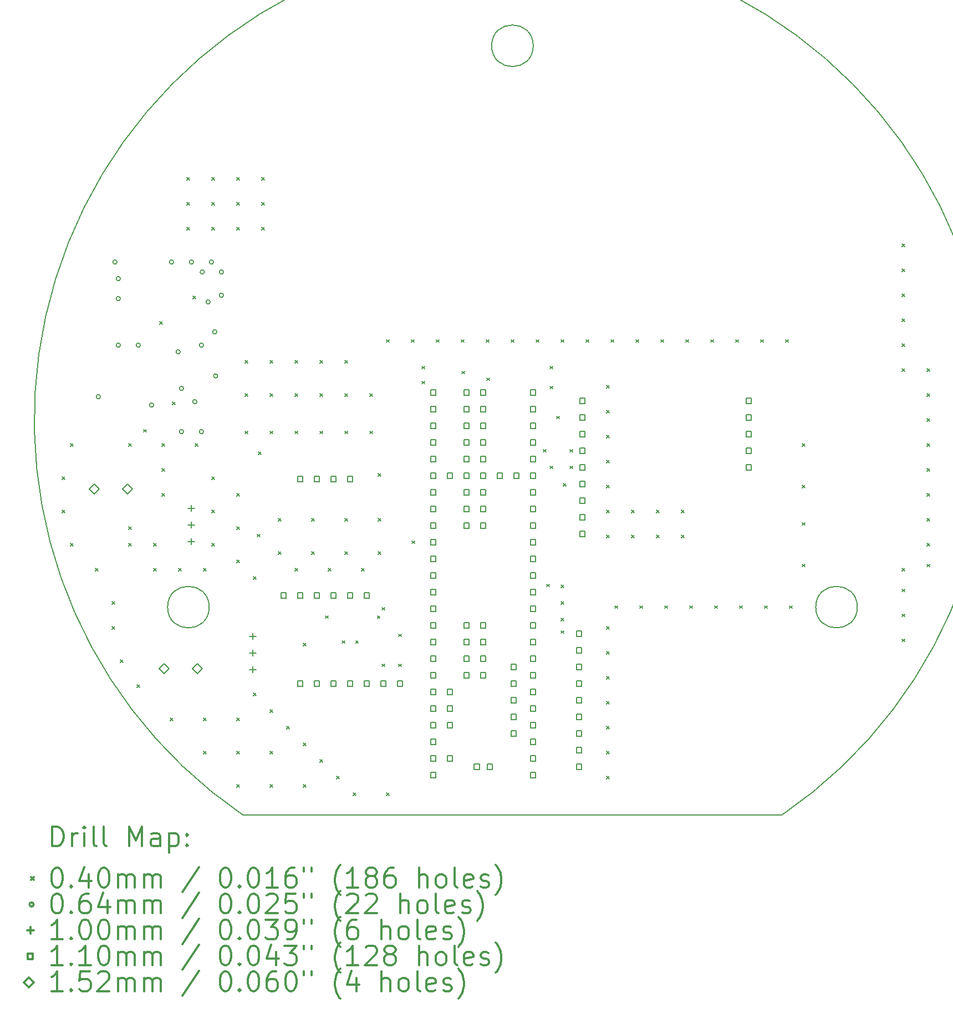
<source format=gbr>
%FSLAX45Y45*%
G04 Gerber Fmt 4.5, Leading zero omitted, Abs format (unit mm)*
G04 Created by KiCad (PCBNEW (5.1.7)-1) date 2021-11-25 13:01:49*
%MOMM*%
%LPD*%
G01*
G04 APERTURE LIST*
%TA.AperFunction,Profile*%
%ADD10C,0.200000*%
%TD*%
%ADD11C,0.200000*%
%ADD12C,0.300000*%
G04 APERTURE END LIST*
D10*
X5917730Y-16319500D02*
X14148270Y-16319500D01*
X5917972Y-16319665D02*
G75*
G02*
X14148270Y-16319500I4115028J6032665D01*
G01*
X15299835Y-13144500D02*
G75*
G03*
X15299835Y-13144500I-317500J0D01*
G01*
X5401165Y-13144500D02*
G75*
G03*
X5401165Y-13144500I-317500J0D01*
G01*
X10350500Y-4572000D02*
G75*
G03*
X10350500Y-4572000I-317500J0D01*
G01*
D11*
X3155000Y-11156000D02*
X3195000Y-11196000D01*
X3195000Y-11156000D02*
X3155000Y-11196000D01*
X3155000Y-11664000D02*
X3195000Y-11704000D01*
X3195000Y-11664000D02*
X3155000Y-11704000D01*
X3282000Y-10648000D02*
X3322000Y-10688000D01*
X3322000Y-10648000D02*
X3282000Y-10688000D01*
X3282000Y-12172000D02*
X3322000Y-12212000D01*
X3322000Y-12172000D02*
X3282000Y-12212000D01*
X3663000Y-12553000D02*
X3703000Y-12593000D01*
X3703000Y-12553000D02*
X3663000Y-12593000D01*
X3917000Y-13061000D02*
X3957000Y-13101000D01*
X3957000Y-13061000D02*
X3917000Y-13101000D01*
X3917000Y-13442000D02*
X3957000Y-13482000D01*
X3957000Y-13442000D02*
X3917000Y-13482000D01*
X4044000Y-13950000D02*
X4084000Y-13990000D01*
X4084000Y-13950000D02*
X4044000Y-13990000D01*
X4171000Y-10648000D02*
X4211000Y-10688000D01*
X4211000Y-10648000D02*
X4171000Y-10688000D01*
X4171000Y-11918000D02*
X4211000Y-11958000D01*
X4211000Y-11918000D02*
X4171000Y-11958000D01*
X4171000Y-12172000D02*
X4211000Y-12212000D01*
X4211000Y-12172000D02*
X4171000Y-12212000D01*
X4298000Y-14331000D02*
X4338000Y-14371000D01*
X4338000Y-14331000D02*
X4298000Y-14371000D01*
X4399600Y-10432100D02*
X4439600Y-10472100D01*
X4439600Y-10432100D02*
X4399600Y-10472100D01*
X4552000Y-12172000D02*
X4592000Y-12212000D01*
X4592000Y-12172000D02*
X4552000Y-12212000D01*
X4552000Y-12553000D02*
X4592000Y-12593000D01*
X4592000Y-12553000D02*
X4552000Y-12593000D01*
X4647250Y-8787450D02*
X4687250Y-8827450D01*
X4687250Y-8787450D02*
X4647250Y-8827450D01*
X4679000Y-10648000D02*
X4719000Y-10688000D01*
X4719000Y-10648000D02*
X4679000Y-10688000D01*
X4679000Y-11029000D02*
X4719000Y-11069000D01*
X4719000Y-11029000D02*
X4679000Y-11069000D01*
X4679000Y-11410000D02*
X4719000Y-11450000D01*
X4719000Y-11410000D02*
X4679000Y-11450000D01*
X4806000Y-14839000D02*
X4846000Y-14879000D01*
X4846000Y-14839000D02*
X4806000Y-14879000D01*
X4844100Y-10013000D02*
X4884100Y-10053000D01*
X4884100Y-10013000D02*
X4844100Y-10053000D01*
X4933000Y-12553000D02*
X4973000Y-12593000D01*
X4973000Y-12553000D02*
X4933000Y-12593000D01*
X5060000Y-6584000D02*
X5100000Y-6624000D01*
X5100000Y-6584000D02*
X5060000Y-6624000D01*
X5060000Y-6965000D02*
X5100000Y-7005000D01*
X5100000Y-6965000D02*
X5060000Y-7005000D01*
X5060000Y-7346000D02*
X5100000Y-7386000D01*
X5100000Y-7346000D02*
X5060000Y-7386000D01*
X5155250Y-8393750D02*
X5195250Y-8433750D01*
X5195250Y-8393750D02*
X5155250Y-8433750D01*
X5187000Y-10648000D02*
X5227000Y-10688000D01*
X5227000Y-10648000D02*
X5187000Y-10688000D01*
X5314000Y-12553000D02*
X5354000Y-12593000D01*
X5354000Y-12553000D02*
X5314000Y-12593000D01*
X5314000Y-14839000D02*
X5354000Y-14879000D01*
X5354000Y-14839000D02*
X5314000Y-14879000D01*
X5314000Y-15347000D02*
X5354000Y-15387000D01*
X5354000Y-15347000D02*
X5314000Y-15387000D01*
X5441000Y-6584000D02*
X5481000Y-6624000D01*
X5481000Y-6584000D02*
X5441000Y-6624000D01*
X5441000Y-6965000D02*
X5481000Y-7005000D01*
X5481000Y-6965000D02*
X5441000Y-7005000D01*
X5441000Y-7346000D02*
X5481000Y-7386000D01*
X5481000Y-7346000D02*
X5441000Y-7386000D01*
X5441000Y-11156000D02*
X5481000Y-11196000D01*
X5481000Y-11156000D02*
X5441000Y-11196000D01*
X5441000Y-11664000D02*
X5481000Y-11704000D01*
X5481000Y-11664000D02*
X5441000Y-11704000D01*
X5441000Y-12172000D02*
X5481000Y-12212000D01*
X5481000Y-12172000D02*
X5441000Y-12212000D01*
X5822000Y-6584000D02*
X5862000Y-6624000D01*
X5862000Y-6584000D02*
X5822000Y-6624000D01*
X5822000Y-6965000D02*
X5862000Y-7005000D01*
X5862000Y-6965000D02*
X5822000Y-7005000D01*
X5822000Y-7346000D02*
X5862000Y-7386000D01*
X5862000Y-7346000D02*
X5822000Y-7386000D01*
X5822000Y-11410000D02*
X5862000Y-11450000D01*
X5862000Y-11410000D02*
X5822000Y-11450000D01*
X5822000Y-11918000D02*
X5862000Y-11958000D01*
X5862000Y-11918000D02*
X5822000Y-11958000D01*
X5822000Y-12426000D02*
X5862000Y-12466000D01*
X5862000Y-12426000D02*
X5822000Y-12466000D01*
X5822000Y-14839000D02*
X5862000Y-14879000D01*
X5862000Y-14839000D02*
X5822000Y-14879000D01*
X5822000Y-15347000D02*
X5862000Y-15387000D01*
X5862000Y-15347000D02*
X5822000Y-15387000D01*
X5822000Y-15855000D02*
X5862000Y-15895000D01*
X5862000Y-15855000D02*
X5822000Y-15895000D01*
X5949000Y-9378000D02*
X5989000Y-9418000D01*
X5989000Y-9378000D02*
X5949000Y-9418000D01*
X5949000Y-9886000D02*
X5989000Y-9926000D01*
X5989000Y-9886000D02*
X5949000Y-9926000D01*
X5949000Y-10457500D02*
X5989000Y-10497500D01*
X5989000Y-10457500D02*
X5949000Y-10497500D01*
X6076000Y-12680000D02*
X6116000Y-12720000D01*
X6116000Y-12680000D02*
X6076000Y-12720000D01*
X6076000Y-14458000D02*
X6116000Y-14498000D01*
X6116000Y-14458000D02*
X6076000Y-14498000D01*
X6139500Y-12032300D02*
X6179500Y-12072300D01*
X6179500Y-12032300D02*
X6139500Y-12072300D01*
X6152200Y-10775000D02*
X6192200Y-10815000D01*
X6192200Y-10775000D02*
X6152200Y-10815000D01*
X6203000Y-6584000D02*
X6243000Y-6624000D01*
X6243000Y-6584000D02*
X6203000Y-6624000D01*
X6203000Y-6965000D02*
X6243000Y-7005000D01*
X6243000Y-6965000D02*
X6203000Y-7005000D01*
X6203000Y-7346000D02*
X6243000Y-7386000D01*
X6243000Y-7346000D02*
X6203000Y-7386000D01*
X6330000Y-9378000D02*
X6370000Y-9418000D01*
X6370000Y-9378000D02*
X6330000Y-9418000D01*
X6330000Y-9886000D02*
X6370000Y-9926000D01*
X6370000Y-9886000D02*
X6330000Y-9926000D01*
X6330000Y-10457500D02*
X6370000Y-10497500D01*
X6370000Y-10457500D02*
X6330000Y-10497500D01*
X6330000Y-14712000D02*
X6370000Y-14752000D01*
X6370000Y-14712000D02*
X6330000Y-14752000D01*
X6330000Y-15347000D02*
X6370000Y-15387000D01*
X6370000Y-15347000D02*
X6330000Y-15387000D01*
X6330000Y-15855000D02*
X6370000Y-15895000D01*
X6370000Y-15855000D02*
X6330000Y-15895000D01*
X6457000Y-11791000D02*
X6497000Y-11831000D01*
X6497000Y-11791000D02*
X6457000Y-11831000D01*
X6457000Y-12299000D02*
X6497000Y-12339000D01*
X6497000Y-12299000D02*
X6457000Y-12339000D01*
X6584000Y-14966000D02*
X6624000Y-15006000D01*
X6624000Y-14966000D02*
X6584000Y-15006000D01*
X6711000Y-9378000D02*
X6751000Y-9418000D01*
X6751000Y-9378000D02*
X6711000Y-9418000D01*
X6711000Y-9886000D02*
X6751000Y-9926000D01*
X6751000Y-9886000D02*
X6711000Y-9926000D01*
X6711000Y-10457500D02*
X6751000Y-10497500D01*
X6751000Y-10457500D02*
X6711000Y-10497500D01*
X6711000Y-12553000D02*
X6751000Y-12593000D01*
X6751000Y-12553000D02*
X6711000Y-12593000D01*
X6838000Y-13696000D02*
X6878000Y-13736000D01*
X6878000Y-13696000D02*
X6838000Y-13736000D01*
X6838000Y-15220000D02*
X6878000Y-15260000D01*
X6878000Y-15220000D02*
X6838000Y-15260000D01*
X6838000Y-15855000D02*
X6878000Y-15895000D01*
X6878000Y-15855000D02*
X6838000Y-15895000D01*
X6965000Y-11791000D02*
X7005000Y-11831000D01*
X7005000Y-11791000D02*
X6965000Y-11831000D01*
X6965000Y-12299000D02*
X7005000Y-12339000D01*
X7005000Y-12299000D02*
X6965000Y-12339000D01*
X7092000Y-9378000D02*
X7132000Y-9418000D01*
X7132000Y-9378000D02*
X7092000Y-9418000D01*
X7092000Y-9886000D02*
X7132000Y-9926000D01*
X7132000Y-9886000D02*
X7092000Y-9926000D01*
X7092000Y-10457500D02*
X7132000Y-10497500D01*
X7132000Y-10457500D02*
X7092000Y-10497500D01*
X7092000Y-15474000D02*
X7132000Y-15514000D01*
X7132000Y-15474000D02*
X7092000Y-15514000D01*
X7180900Y-13276900D02*
X7220900Y-13316900D01*
X7220900Y-13276900D02*
X7180900Y-13316900D01*
X7219000Y-12553000D02*
X7259000Y-12593000D01*
X7259000Y-12553000D02*
X7219000Y-12593000D01*
X7346000Y-15728000D02*
X7386000Y-15768000D01*
X7386000Y-15728000D02*
X7346000Y-15768000D01*
X7434435Y-13658365D02*
X7474435Y-13698365D01*
X7474435Y-13658365D02*
X7434435Y-13698365D01*
X7473000Y-9378000D02*
X7513000Y-9418000D01*
X7513000Y-9378000D02*
X7473000Y-9418000D01*
X7473000Y-9886000D02*
X7513000Y-9926000D01*
X7513000Y-9886000D02*
X7473000Y-9926000D01*
X7473000Y-10457500D02*
X7513000Y-10497500D01*
X7513000Y-10457500D02*
X7473000Y-10497500D01*
X7473000Y-11791000D02*
X7513000Y-11831000D01*
X7513000Y-11791000D02*
X7473000Y-11831000D01*
X7473000Y-12299000D02*
X7513000Y-12339000D01*
X7513000Y-12299000D02*
X7473000Y-12339000D01*
X7600000Y-15982000D02*
X7640000Y-16022000D01*
X7640000Y-15982000D02*
X7600000Y-16022000D01*
X7638565Y-13657435D02*
X7678565Y-13697435D01*
X7678565Y-13657435D02*
X7638565Y-13697435D01*
X7727000Y-12553000D02*
X7767000Y-12593000D01*
X7767000Y-12553000D02*
X7727000Y-12593000D01*
X7854000Y-9886000D02*
X7894000Y-9926000D01*
X7894000Y-9886000D02*
X7854000Y-9926000D01*
X7854000Y-10457500D02*
X7894000Y-10497500D01*
X7894000Y-10457500D02*
X7854000Y-10497500D01*
X7968765Y-13276435D02*
X8008765Y-13316435D01*
X8008765Y-13276435D02*
X7968765Y-13316435D01*
X7981000Y-11105200D02*
X8021000Y-11145200D01*
X8021000Y-11105200D02*
X7981000Y-11145200D01*
X7981000Y-11791000D02*
X8021000Y-11831000D01*
X8021000Y-11791000D02*
X7981000Y-11831000D01*
X7981000Y-12299000D02*
X8021000Y-12339000D01*
X8021000Y-12299000D02*
X7981000Y-12339000D01*
X8044035Y-13149435D02*
X8084035Y-13189435D01*
X8084035Y-13149435D02*
X8044035Y-13189435D01*
X8044500Y-14013500D02*
X8084500Y-14053500D01*
X8084500Y-14013500D02*
X8044500Y-14053500D01*
X8108000Y-9060500D02*
X8148000Y-9100500D01*
X8148000Y-9060500D02*
X8108000Y-9100500D01*
X8108000Y-15982000D02*
X8148000Y-16022000D01*
X8148000Y-15982000D02*
X8108000Y-16022000D01*
X8298500Y-13556300D02*
X8338500Y-13596300D01*
X8338500Y-13556300D02*
X8298500Y-13596300D01*
X8298500Y-14013500D02*
X8338500Y-14053500D01*
X8338500Y-14013500D02*
X8298500Y-14053500D01*
X8489000Y-9060500D02*
X8529000Y-9100500D01*
X8529000Y-9060500D02*
X8489000Y-9100500D01*
X8501700Y-12133900D02*
X8541700Y-12173900D01*
X8541700Y-12133900D02*
X8501700Y-12173900D01*
X8654100Y-9466900D02*
X8694100Y-9506900D01*
X8694100Y-9466900D02*
X8654100Y-9506900D01*
X8654100Y-9695500D02*
X8694100Y-9735500D01*
X8694100Y-9695500D02*
X8654100Y-9735500D01*
X8870000Y-9060500D02*
X8910000Y-9100500D01*
X8910000Y-9060500D02*
X8870000Y-9100500D01*
X9251000Y-9060500D02*
X9291000Y-9100500D01*
X9291000Y-9060500D02*
X9251000Y-9100500D01*
X9263700Y-9543100D02*
X9303700Y-9583100D01*
X9303700Y-9543100D02*
X9263700Y-9583100D01*
X9632000Y-9060500D02*
X9672000Y-9100500D01*
X9672000Y-9060500D02*
X9632000Y-9100500D01*
X9644700Y-9644700D02*
X9684700Y-9684700D01*
X9684700Y-9644700D02*
X9644700Y-9684700D01*
X10013000Y-9060500D02*
X10053000Y-9100500D01*
X10053000Y-9060500D02*
X10013000Y-9100500D01*
X10394000Y-9060500D02*
X10434000Y-9100500D01*
X10434000Y-9060500D02*
X10394000Y-9100500D01*
X10508300Y-10736900D02*
X10548300Y-10776900D01*
X10548300Y-10736900D02*
X10508300Y-10776900D01*
X10559100Y-12794300D02*
X10599100Y-12834300D01*
X10599100Y-12794300D02*
X10559100Y-12834300D01*
X10609435Y-9772165D02*
X10649435Y-9812165D01*
X10649435Y-9772165D02*
X10609435Y-9812165D01*
X10609900Y-9466900D02*
X10649900Y-9506900D01*
X10649900Y-9466900D02*
X10609900Y-9506900D01*
X10609900Y-10990900D02*
X10649900Y-11030900D01*
X10649900Y-10990900D02*
X10609900Y-11030900D01*
X10711500Y-10228900D02*
X10751500Y-10268900D01*
X10751500Y-10228900D02*
X10711500Y-10268900D01*
X10775000Y-9060500D02*
X10815000Y-9100500D01*
X10815000Y-9060500D02*
X10775000Y-9100500D01*
X10775000Y-12807000D02*
X10815000Y-12847000D01*
X10815000Y-12807000D02*
X10775000Y-12847000D01*
X10775000Y-13061000D02*
X10815000Y-13101000D01*
X10815000Y-13061000D02*
X10775000Y-13101000D01*
X10775000Y-13315000D02*
X10815000Y-13355000D01*
X10815000Y-13315000D02*
X10775000Y-13355000D01*
X10775000Y-13505500D02*
X10815000Y-13545500D01*
X10815000Y-13505500D02*
X10775000Y-13545500D01*
X10813100Y-11257600D02*
X10853100Y-11297600D01*
X10853100Y-11257600D02*
X10813100Y-11297600D01*
X10914700Y-10736900D02*
X10954700Y-10776900D01*
X10954700Y-10736900D02*
X10914700Y-10776900D01*
X10914700Y-10990900D02*
X10954700Y-11030900D01*
X10954700Y-10990900D02*
X10914700Y-11030900D01*
X11156000Y-9060500D02*
X11196000Y-9100500D01*
X11196000Y-9060500D02*
X11156000Y-9100500D01*
X11473500Y-9759000D02*
X11513500Y-9799000D01*
X11513500Y-9759000D02*
X11473500Y-9799000D01*
X11473500Y-10140000D02*
X11513500Y-10180000D01*
X11513500Y-10140000D02*
X11473500Y-10180000D01*
X11473500Y-10521000D02*
X11513500Y-10561000D01*
X11513500Y-10521000D02*
X11473500Y-10561000D01*
X11473500Y-10902000D02*
X11513500Y-10942000D01*
X11513500Y-10902000D02*
X11473500Y-10942000D01*
X11473500Y-11283000D02*
X11513500Y-11323000D01*
X11513500Y-11283000D02*
X11473500Y-11323000D01*
X11473500Y-11664000D02*
X11513500Y-11704000D01*
X11513500Y-11664000D02*
X11473500Y-11704000D01*
X11473500Y-12045000D02*
X11513500Y-12085000D01*
X11513500Y-12045000D02*
X11473500Y-12085000D01*
X11473500Y-13442000D02*
X11513500Y-13482000D01*
X11513500Y-13442000D02*
X11473500Y-13482000D01*
X11473500Y-13823000D02*
X11513500Y-13863000D01*
X11513500Y-13823000D02*
X11473500Y-13863000D01*
X11473500Y-14204000D02*
X11513500Y-14244000D01*
X11513500Y-14204000D02*
X11473500Y-14244000D01*
X11473500Y-14585000D02*
X11513500Y-14625000D01*
X11513500Y-14585000D02*
X11473500Y-14625000D01*
X11473500Y-14966000D02*
X11513500Y-15006000D01*
X11513500Y-14966000D02*
X11473500Y-15006000D01*
X11473500Y-15347000D02*
X11513500Y-15387000D01*
X11513500Y-15347000D02*
X11473500Y-15387000D01*
X11473500Y-15728000D02*
X11513500Y-15768000D01*
X11513500Y-15728000D02*
X11473500Y-15768000D01*
X11537000Y-9060500D02*
X11577000Y-9100500D01*
X11577000Y-9060500D02*
X11537000Y-9100500D01*
X11600500Y-13124500D02*
X11640500Y-13164500D01*
X11640500Y-13124500D02*
X11600500Y-13164500D01*
X11854500Y-11664000D02*
X11894500Y-11704000D01*
X11894500Y-11664000D02*
X11854500Y-11704000D01*
X11854500Y-12045000D02*
X11894500Y-12085000D01*
X11894500Y-12045000D02*
X11854500Y-12085000D01*
X11918000Y-9060500D02*
X11958000Y-9100500D01*
X11958000Y-9060500D02*
X11918000Y-9100500D01*
X11981500Y-13124500D02*
X12021500Y-13164500D01*
X12021500Y-13124500D02*
X11981500Y-13164500D01*
X12235500Y-11664000D02*
X12275500Y-11704000D01*
X12275500Y-11664000D02*
X12235500Y-11704000D01*
X12235500Y-12045000D02*
X12275500Y-12085000D01*
X12275500Y-12045000D02*
X12235500Y-12085000D01*
X12299000Y-9060500D02*
X12339000Y-9100500D01*
X12339000Y-9060500D02*
X12299000Y-9100500D01*
X12362500Y-13124500D02*
X12402500Y-13164500D01*
X12402500Y-13124500D02*
X12362500Y-13164500D01*
X12616500Y-11664000D02*
X12656500Y-11704000D01*
X12656500Y-11664000D02*
X12616500Y-11704000D01*
X12616500Y-12045000D02*
X12656500Y-12085000D01*
X12656500Y-12045000D02*
X12616500Y-12085000D01*
X12680000Y-9060500D02*
X12720000Y-9100500D01*
X12720000Y-9060500D02*
X12680000Y-9100500D01*
X12743500Y-13124500D02*
X12783500Y-13164500D01*
X12783500Y-13124500D02*
X12743500Y-13164500D01*
X13061000Y-9060500D02*
X13101000Y-9100500D01*
X13101000Y-9060500D02*
X13061000Y-9100500D01*
X13124500Y-13124500D02*
X13164500Y-13164500D01*
X13164500Y-13124500D02*
X13124500Y-13164500D01*
X13442000Y-9060500D02*
X13482000Y-9100500D01*
X13482000Y-9060500D02*
X13442000Y-9100500D01*
X13505500Y-13124500D02*
X13545500Y-13164500D01*
X13545500Y-13124500D02*
X13505500Y-13164500D01*
X13823000Y-9060500D02*
X13863000Y-9100500D01*
X13863000Y-9060500D02*
X13823000Y-9100500D01*
X13886500Y-13124500D02*
X13926500Y-13164500D01*
X13926500Y-13124500D02*
X13886500Y-13164500D01*
X14204000Y-9060500D02*
X14244000Y-9100500D01*
X14244000Y-9060500D02*
X14204000Y-9100500D01*
X14267500Y-13124500D02*
X14307500Y-13164500D01*
X14307500Y-13124500D02*
X14267500Y-13164500D01*
X14458000Y-10648000D02*
X14498000Y-10688000D01*
X14498000Y-10648000D02*
X14458000Y-10688000D01*
X14458000Y-11283000D02*
X14498000Y-11323000D01*
X14498000Y-11283000D02*
X14458000Y-11323000D01*
X14458000Y-11854500D02*
X14498000Y-11894500D01*
X14498000Y-11854500D02*
X14458000Y-11894500D01*
X14458000Y-12489500D02*
X14498000Y-12529500D01*
X14498000Y-12489500D02*
X14458000Y-12529500D01*
X15982000Y-7600000D02*
X16022000Y-7640000D01*
X16022000Y-7600000D02*
X15982000Y-7640000D01*
X15982000Y-7981000D02*
X16022000Y-8021000D01*
X16022000Y-7981000D02*
X15982000Y-8021000D01*
X15982000Y-8362000D02*
X16022000Y-8402000D01*
X16022000Y-8362000D02*
X15982000Y-8402000D01*
X15982000Y-8743000D02*
X16022000Y-8783000D01*
X16022000Y-8743000D02*
X15982000Y-8783000D01*
X15982000Y-9124000D02*
X16022000Y-9164000D01*
X16022000Y-9124000D02*
X15982000Y-9164000D01*
X15982000Y-9505000D02*
X16022000Y-9545000D01*
X16022000Y-9505000D02*
X15982000Y-9545000D01*
X15982000Y-12553000D02*
X16022000Y-12593000D01*
X16022000Y-12553000D02*
X15982000Y-12593000D01*
X15982000Y-12870500D02*
X16022000Y-12910500D01*
X16022000Y-12870500D02*
X15982000Y-12910500D01*
X15982000Y-13251500D02*
X16022000Y-13291500D01*
X16022000Y-13251500D02*
X15982000Y-13291500D01*
X15982000Y-13632500D02*
X16022000Y-13672500D01*
X16022000Y-13632500D02*
X15982000Y-13672500D01*
X16363000Y-9505000D02*
X16403000Y-9545000D01*
X16403000Y-9505000D02*
X16363000Y-9545000D01*
X16363000Y-9886000D02*
X16403000Y-9926000D01*
X16403000Y-9886000D02*
X16363000Y-9926000D01*
X16363000Y-10267000D02*
X16403000Y-10307000D01*
X16403000Y-10267000D02*
X16363000Y-10307000D01*
X16363000Y-10648000D02*
X16403000Y-10688000D01*
X16403000Y-10648000D02*
X16363000Y-10688000D01*
X16363000Y-11029000D02*
X16403000Y-11069000D01*
X16403000Y-11029000D02*
X16363000Y-11069000D01*
X16363000Y-11410000D02*
X16403000Y-11450000D01*
X16403000Y-11410000D02*
X16363000Y-11450000D01*
X16363000Y-11791000D02*
X16403000Y-11831000D01*
X16403000Y-11791000D02*
X16363000Y-11831000D01*
X16363000Y-12172000D02*
X16403000Y-12212000D01*
X16403000Y-12172000D02*
X16363000Y-12212000D01*
X16363000Y-12489500D02*
X16403000Y-12529500D01*
X16403000Y-12489500D02*
X16363000Y-12529500D01*
X3740150Y-9931400D02*
G75*
G03*
X3740150Y-9931400I-31750J0D01*
G01*
X3994150Y-7874000D02*
G75*
G03*
X3994150Y-7874000I-31750J0D01*
G01*
X4044950Y-8128000D02*
G75*
G03*
X4044950Y-8128000I-31750J0D01*
G01*
X4044950Y-8432800D02*
G75*
G03*
X4044950Y-8432800I-31750J0D01*
G01*
X4044950Y-9144000D02*
G75*
G03*
X4044950Y-9144000I-31750J0D01*
G01*
X4349750Y-9144000D02*
G75*
G03*
X4349750Y-9144000I-31750J0D01*
G01*
X4552950Y-10058400D02*
G75*
G03*
X4552950Y-10058400I-31750J0D01*
G01*
X4857750Y-7874000D02*
G75*
G03*
X4857750Y-7874000I-31750J0D01*
G01*
X4959350Y-9245600D02*
G75*
G03*
X4959350Y-9245600I-31750J0D01*
G01*
X5010150Y-9804400D02*
G75*
G03*
X5010150Y-9804400I-31750J0D01*
G01*
X5010150Y-10464800D02*
G75*
G03*
X5010150Y-10464800I-31750J0D01*
G01*
X5162550Y-7874000D02*
G75*
G03*
X5162550Y-7874000I-31750J0D01*
G01*
X5213350Y-10007600D02*
G75*
G03*
X5213350Y-10007600I-31750J0D01*
G01*
X5314950Y-9144000D02*
G75*
G03*
X5314950Y-9144000I-31750J0D01*
G01*
X5314950Y-10464800D02*
G75*
G03*
X5314950Y-10464800I-31750J0D01*
G01*
X5327650Y-8026400D02*
G75*
G03*
X5327650Y-8026400I-31750J0D01*
G01*
X5416550Y-8483600D02*
G75*
G03*
X5416550Y-8483600I-31750J0D01*
G01*
X5467350Y-7874000D02*
G75*
G03*
X5467350Y-7874000I-31750J0D01*
G01*
X5518150Y-8940800D02*
G75*
G03*
X5518150Y-8940800I-31750J0D01*
G01*
X5530850Y-9613900D02*
G75*
G03*
X5530850Y-9613900I-31750J0D01*
G01*
X5619750Y-8026400D02*
G75*
G03*
X5619750Y-8026400I-31750J0D01*
G01*
X5619750Y-8382000D02*
G75*
G03*
X5619750Y-8382000I-31750J0D01*
G01*
X6070600Y-13539000D02*
X6070600Y-13639000D01*
X6020600Y-13589000D02*
X6120600Y-13589000D01*
X6070600Y-13793000D02*
X6070600Y-13893000D01*
X6020600Y-13843000D02*
X6120600Y-13843000D01*
X6070600Y-14047000D02*
X6070600Y-14147000D01*
X6020600Y-14097000D02*
X6120600Y-14097000D01*
X5130800Y-11583200D02*
X5130800Y-11683200D01*
X5080800Y-11633200D02*
X5180800Y-11633200D01*
X5130800Y-11837200D02*
X5130800Y-11937200D01*
X5080800Y-11887200D02*
X5180800Y-11887200D01*
X5130800Y-12091200D02*
X5130800Y-12191200D01*
X5080800Y-12141200D02*
X5180800Y-12141200D01*
X6579391Y-13005591D02*
X6579391Y-12927809D01*
X6501609Y-12927809D01*
X6501609Y-13005591D01*
X6579391Y-13005591D01*
X6833391Y-11227591D02*
X6833391Y-11149809D01*
X6755609Y-11149809D01*
X6755609Y-11227591D01*
X6833391Y-11227591D01*
X6833391Y-13005591D02*
X6833391Y-12927809D01*
X6755609Y-12927809D01*
X6755609Y-13005591D01*
X6833391Y-13005591D01*
X7087391Y-11227591D02*
X7087391Y-11149809D01*
X7009609Y-11149809D01*
X7009609Y-11227591D01*
X7087391Y-11227591D01*
X7087391Y-13005591D02*
X7087391Y-12927809D01*
X7009609Y-12927809D01*
X7009609Y-13005591D01*
X7087391Y-13005591D01*
X7341391Y-11227591D02*
X7341391Y-11149809D01*
X7263609Y-11149809D01*
X7263609Y-11227591D01*
X7341391Y-11227591D01*
X7341391Y-13005591D02*
X7341391Y-12927809D01*
X7263609Y-12927809D01*
X7263609Y-13005591D01*
X7341391Y-13005591D01*
X7595391Y-11227591D02*
X7595391Y-11149809D01*
X7517609Y-11149809D01*
X7517609Y-11227591D01*
X7595391Y-11227591D01*
X7595391Y-13005591D02*
X7595391Y-12927809D01*
X7517609Y-12927809D01*
X7517609Y-13005591D01*
X7595391Y-13005591D01*
X7849391Y-13005591D02*
X7849391Y-12927809D01*
X7771609Y-12927809D01*
X7771609Y-13005591D01*
X7849391Y-13005591D01*
X11087891Y-13589791D02*
X11087891Y-13512009D01*
X11010109Y-13512009D01*
X11010109Y-13589791D01*
X11087891Y-13589791D01*
X11087891Y-13843791D02*
X11087891Y-13766009D01*
X11010109Y-13766009D01*
X11010109Y-13843791D01*
X11087891Y-13843791D01*
X11087891Y-14097791D02*
X11087891Y-14020009D01*
X11010109Y-14020009D01*
X11010109Y-14097791D01*
X11087891Y-14097791D01*
X11087891Y-14351791D02*
X11087891Y-14274009D01*
X11010109Y-14274009D01*
X11010109Y-14351791D01*
X11087891Y-14351791D01*
X11087891Y-14605791D02*
X11087891Y-14528009D01*
X11010109Y-14528009D01*
X11010109Y-14605791D01*
X11087891Y-14605791D01*
X11087891Y-14859791D02*
X11087891Y-14782009D01*
X11010109Y-14782009D01*
X11010109Y-14859791D01*
X11087891Y-14859791D01*
X11087891Y-15113791D02*
X11087891Y-15036009D01*
X11010109Y-15036009D01*
X11010109Y-15113791D01*
X11087891Y-15113791D01*
X11087891Y-15367791D02*
X11087891Y-15290009D01*
X11010109Y-15290009D01*
X11010109Y-15367791D01*
X11087891Y-15367791D01*
X11087891Y-15621791D02*
X11087891Y-15544009D01*
X11010109Y-15544009D01*
X11010109Y-15621791D01*
X11087891Y-15621791D01*
X8865391Y-9906791D02*
X8865391Y-9829009D01*
X8787609Y-9829009D01*
X8787609Y-9906791D01*
X8865391Y-9906791D01*
X8865391Y-10160791D02*
X8865391Y-10083009D01*
X8787609Y-10083009D01*
X8787609Y-10160791D01*
X8865391Y-10160791D01*
X8865391Y-10414791D02*
X8865391Y-10337009D01*
X8787609Y-10337009D01*
X8787609Y-10414791D01*
X8865391Y-10414791D01*
X8865391Y-10668791D02*
X8865391Y-10591009D01*
X8787609Y-10591009D01*
X8787609Y-10668791D01*
X8865391Y-10668791D01*
X8865391Y-10922791D02*
X8865391Y-10845009D01*
X8787609Y-10845009D01*
X8787609Y-10922791D01*
X8865391Y-10922791D01*
X8865391Y-11176791D02*
X8865391Y-11099009D01*
X8787609Y-11099009D01*
X8787609Y-11176791D01*
X8865391Y-11176791D01*
X8865391Y-11430791D02*
X8865391Y-11353009D01*
X8787609Y-11353009D01*
X8787609Y-11430791D01*
X8865391Y-11430791D01*
X8865391Y-11684791D02*
X8865391Y-11607009D01*
X8787609Y-11607009D01*
X8787609Y-11684791D01*
X8865391Y-11684791D01*
X8865391Y-11938791D02*
X8865391Y-11861009D01*
X8787609Y-11861009D01*
X8787609Y-11938791D01*
X8865391Y-11938791D01*
X8865391Y-12192791D02*
X8865391Y-12115009D01*
X8787609Y-12115009D01*
X8787609Y-12192791D01*
X8865391Y-12192791D01*
X8865391Y-12446791D02*
X8865391Y-12369009D01*
X8787609Y-12369009D01*
X8787609Y-12446791D01*
X8865391Y-12446791D01*
X8865391Y-12700791D02*
X8865391Y-12623009D01*
X8787609Y-12623009D01*
X8787609Y-12700791D01*
X8865391Y-12700791D01*
X8865391Y-12954791D02*
X8865391Y-12877009D01*
X8787609Y-12877009D01*
X8787609Y-12954791D01*
X8865391Y-12954791D01*
X8865391Y-13208791D02*
X8865391Y-13131009D01*
X8787609Y-13131009D01*
X8787609Y-13208791D01*
X8865391Y-13208791D01*
X8865391Y-13462791D02*
X8865391Y-13385009D01*
X8787609Y-13385009D01*
X8787609Y-13462791D01*
X8865391Y-13462791D01*
X8865391Y-13716791D02*
X8865391Y-13639009D01*
X8787609Y-13639009D01*
X8787609Y-13716791D01*
X8865391Y-13716791D01*
X8865391Y-13970791D02*
X8865391Y-13893009D01*
X8787609Y-13893009D01*
X8787609Y-13970791D01*
X8865391Y-13970791D01*
X8865391Y-14224791D02*
X8865391Y-14147009D01*
X8787609Y-14147009D01*
X8787609Y-14224791D01*
X8865391Y-14224791D01*
X8865391Y-14478791D02*
X8865391Y-14401009D01*
X8787609Y-14401009D01*
X8787609Y-14478791D01*
X8865391Y-14478791D01*
X8865391Y-14732791D02*
X8865391Y-14655009D01*
X8787609Y-14655009D01*
X8787609Y-14732791D01*
X8865391Y-14732791D01*
X8865391Y-14986791D02*
X8865391Y-14909009D01*
X8787609Y-14909009D01*
X8787609Y-14986791D01*
X8865391Y-14986791D01*
X8865391Y-15240791D02*
X8865391Y-15163009D01*
X8787609Y-15163009D01*
X8787609Y-15240791D01*
X8865391Y-15240791D01*
X8865391Y-15494791D02*
X8865391Y-15417009D01*
X8787609Y-15417009D01*
X8787609Y-15494791D01*
X8865391Y-15494791D01*
X8865391Y-15748791D02*
X8865391Y-15671009D01*
X8787609Y-15671009D01*
X8787609Y-15748791D01*
X8865391Y-15748791D01*
X9119391Y-11176791D02*
X9119391Y-11099009D01*
X9041609Y-11099009D01*
X9041609Y-11176791D01*
X9119391Y-11176791D01*
X9119391Y-14478791D02*
X9119391Y-14401009D01*
X9041609Y-14401009D01*
X9041609Y-14478791D01*
X9119391Y-14478791D01*
X9119391Y-14732791D02*
X9119391Y-14655009D01*
X9041609Y-14655009D01*
X9041609Y-14732791D01*
X9119391Y-14732791D01*
X9119391Y-14986791D02*
X9119391Y-14909009D01*
X9041609Y-14909009D01*
X9041609Y-14986791D01*
X9119391Y-14986791D01*
X9119391Y-15494791D02*
X9119391Y-15417009D01*
X9041609Y-15417009D01*
X9041609Y-15494791D01*
X9119391Y-15494791D01*
X9373391Y-9906791D02*
X9373391Y-9829009D01*
X9295609Y-9829009D01*
X9295609Y-9906791D01*
X9373391Y-9906791D01*
X9373391Y-10160791D02*
X9373391Y-10083009D01*
X9295609Y-10083009D01*
X9295609Y-10160791D01*
X9373391Y-10160791D01*
X9373391Y-10414791D02*
X9373391Y-10337009D01*
X9295609Y-10337009D01*
X9295609Y-10414791D01*
X9373391Y-10414791D01*
X9373391Y-10668791D02*
X9373391Y-10591009D01*
X9295609Y-10591009D01*
X9295609Y-10668791D01*
X9373391Y-10668791D01*
X9373391Y-10922791D02*
X9373391Y-10845009D01*
X9295609Y-10845009D01*
X9295609Y-10922791D01*
X9373391Y-10922791D01*
X9373391Y-11176791D02*
X9373391Y-11099009D01*
X9295609Y-11099009D01*
X9295609Y-11176791D01*
X9373391Y-11176791D01*
X9373391Y-11430791D02*
X9373391Y-11353009D01*
X9295609Y-11353009D01*
X9295609Y-11430791D01*
X9373391Y-11430791D01*
X9373391Y-11684791D02*
X9373391Y-11607009D01*
X9295609Y-11607009D01*
X9295609Y-11684791D01*
X9373391Y-11684791D01*
X9373391Y-11938791D02*
X9373391Y-11861009D01*
X9295609Y-11861009D01*
X9295609Y-11938791D01*
X9373391Y-11938791D01*
X9373391Y-13462791D02*
X9373391Y-13385009D01*
X9295609Y-13385009D01*
X9295609Y-13462791D01*
X9373391Y-13462791D01*
X9373391Y-13716791D02*
X9373391Y-13639009D01*
X9295609Y-13639009D01*
X9295609Y-13716791D01*
X9373391Y-13716791D01*
X9373391Y-13970791D02*
X9373391Y-13893009D01*
X9295609Y-13893009D01*
X9295609Y-13970791D01*
X9373391Y-13970791D01*
X9373391Y-14224791D02*
X9373391Y-14147009D01*
X9295609Y-14147009D01*
X9295609Y-14224791D01*
X9373391Y-14224791D01*
X9526391Y-15621791D02*
X9526391Y-15544009D01*
X9448609Y-15544009D01*
X9448609Y-15621791D01*
X9526391Y-15621791D01*
X9627391Y-9906791D02*
X9627391Y-9829009D01*
X9549609Y-9829009D01*
X9549609Y-9906791D01*
X9627391Y-9906791D01*
X9627391Y-10160791D02*
X9627391Y-10083009D01*
X9549609Y-10083009D01*
X9549609Y-10160791D01*
X9627391Y-10160791D01*
X9627391Y-10414791D02*
X9627391Y-10337009D01*
X9549609Y-10337009D01*
X9549609Y-10414791D01*
X9627391Y-10414791D01*
X9627391Y-10668791D02*
X9627391Y-10591009D01*
X9549609Y-10591009D01*
X9549609Y-10668791D01*
X9627391Y-10668791D01*
X9627391Y-10922791D02*
X9627391Y-10845009D01*
X9549609Y-10845009D01*
X9549609Y-10922791D01*
X9627391Y-10922791D01*
X9627391Y-11176791D02*
X9627391Y-11099009D01*
X9549609Y-11099009D01*
X9549609Y-11176791D01*
X9627391Y-11176791D01*
X9627391Y-11430791D02*
X9627391Y-11353009D01*
X9549609Y-11353009D01*
X9549609Y-11430791D01*
X9627391Y-11430791D01*
X9627391Y-11684791D02*
X9627391Y-11607009D01*
X9549609Y-11607009D01*
X9549609Y-11684791D01*
X9627391Y-11684791D01*
X9627391Y-11938791D02*
X9627391Y-11861009D01*
X9549609Y-11861009D01*
X9549609Y-11938791D01*
X9627391Y-11938791D01*
X9627391Y-13462791D02*
X9627391Y-13385009D01*
X9549609Y-13385009D01*
X9549609Y-13462791D01*
X9627391Y-13462791D01*
X9627391Y-13716791D02*
X9627391Y-13639009D01*
X9549609Y-13639009D01*
X9549609Y-13716791D01*
X9627391Y-13716791D01*
X9627391Y-13970791D02*
X9627391Y-13893009D01*
X9549609Y-13893009D01*
X9549609Y-13970791D01*
X9627391Y-13970791D01*
X9627391Y-14224791D02*
X9627391Y-14147009D01*
X9549609Y-14147009D01*
X9549609Y-14224791D01*
X9627391Y-14224791D01*
X9728391Y-15621791D02*
X9728391Y-15544009D01*
X9650609Y-15544009D01*
X9650609Y-15621791D01*
X9728391Y-15621791D01*
X9881391Y-11176791D02*
X9881391Y-11099009D01*
X9803609Y-11099009D01*
X9803609Y-11176791D01*
X9881391Y-11176791D01*
X10089391Y-14097791D02*
X10089391Y-14020009D01*
X10011609Y-14020009D01*
X10011609Y-14097791D01*
X10089391Y-14097791D01*
X10089391Y-14351791D02*
X10089391Y-14274009D01*
X10011609Y-14274009D01*
X10011609Y-14351791D01*
X10089391Y-14351791D01*
X10089391Y-14605791D02*
X10089391Y-14528009D01*
X10011609Y-14528009D01*
X10011609Y-14605791D01*
X10089391Y-14605791D01*
X10089391Y-14859791D02*
X10089391Y-14782009D01*
X10011609Y-14782009D01*
X10011609Y-14859791D01*
X10089391Y-14859791D01*
X10089391Y-15113791D02*
X10089391Y-15036009D01*
X10011609Y-15036009D01*
X10011609Y-15113791D01*
X10089391Y-15113791D01*
X10135391Y-11176791D02*
X10135391Y-11099009D01*
X10057609Y-11099009D01*
X10057609Y-11176791D01*
X10135391Y-11176791D01*
X10389391Y-9906791D02*
X10389391Y-9829009D01*
X10311609Y-9829009D01*
X10311609Y-9906791D01*
X10389391Y-9906791D01*
X10389391Y-10160791D02*
X10389391Y-10083009D01*
X10311609Y-10083009D01*
X10311609Y-10160791D01*
X10389391Y-10160791D01*
X10389391Y-10414791D02*
X10389391Y-10337009D01*
X10311609Y-10337009D01*
X10311609Y-10414791D01*
X10389391Y-10414791D01*
X10389391Y-10668791D02*
X10389391Y-10591009D01*
X10311609Y-10591009D01*
X10311609Y-10668791D01*
X10389391Y-10668791D01*
X10389391Y-10922791D02*
X10389391Y-10845009D01*
X10311609Y-10845009D01*
X10311609Y-10922791D01*
X10389391Y-10922791D01*
X10389391Y-11176791D02*
X10389391Y-11099009D01*
X10311609Y-11099009D01*
X10311609Y-11176791D01*
X10389391Y-11176791D01*
X10389391Y-11430791D02*
X10389391Y-11353009D01*
X10311609Y-11353009D01*
X10311609Y-11430791D01*
X10389391Y-11430791D01*
X10389391Y-11684791D02*
X10389391Y-11607009D01*
X10311609Y-11607009D01*
X10311609Y-11684791D01*
X10389391Y-11684791D01*
X10389391Y-11938791D02*
X10389391Y-11861009D01*
X10311609Y-11861009D01*
X10311609Y-11938791D01*
X10389391Y-11938791D01*
X10389391Y-12192791D02*
X10389391Y-12115009D01*
X10311609Y-12115009D01*
X10311609Y-12192791D01*
X10389391Y-12192791D01*
X10389391Y-12446791D02*
X10389391Y-12369009D01*
X10311609Y-12369009D01*
X10311609Y-12446791D01*
X10389391Y-12446791D01*
X10389391Y-12700791D02*
X10389391Y-12623009D01*
X10311609Y-12623009D01*
X10311609Y-12700791D01*
X10389391Y-12700791D01*
X10389391Y-12954791D02*
X10389391Y-12877009D01*
X10311609Y-12877009D01*
X10311609Y-12954791D01*
X10389391Y-12954791D01*
X10389391Y-13208791D02*
X10389391Y-13131009D01*
X10311609Y-13131009D01*
X10311609Y-13208791D01*
X10389391Y-13208791D01*
X10389391Y-13462791D02*
X10389391Y-13385009D01*
X10311609Y-13385009D01*
X10311609Y-13462791D01*
X10389391Y-13462791D01*
X10389391Y-13716791D02*
X10389391Y-13639009D01*
X10311609Y-13639009D01*
X10311609Y-13716791D01*
X10389391Y-13716791D01*
X10389391Y-13970791D02*
X10389391Y-13893009D01*
X10311609Y-13893009D01*
X10311609Y-13970791D01*
X10389391Y-13970791D01*
X10389391Y-14224791D02*
X10389391Y-14147009D01*
X10311609Y-14147009D01*
X10311609Y-14224791D01*
X10389391Y-14224791D01*
X10389391Y-14478791D02*
X10389391Y-14401009D01*
X10311609Y-14401009D01*
X10311609Y-14478791D01*
X10389391Y-14478791D01*
X10389391Y-14732791D02*
X10389391Y-14655009D01*
X10311609Y-14655009D01*
X10311609Y-14732791D01*
X10389391Y-14732791D01*
X10389391Y-14986791D02*
X10389391Y-14909009D01*
X10311609Y-14909009D01*
X10311609Y-14986791D01*
X10389391Y-14986791D01*
X10389391Y-15240791D02*
X10389391Y-15163009D01*
X10311609Y-15163009D01*
X10311609Y-15240791D01*
X10389391Y-15240791D01*
X10389391Y-15494791D02*
X10389391Y-15417009D01*
X10311609Y-15417009D01*
X10311609Y-15494791D01*
X10389391Y-15494791D01*
X10389391Y-15748791D02*
X10389391Y-15671009D01*
X10311609Y-15671009D01*
X10311609Y-15748791D01*
X10389391Y-15748791D01*
X11138691Y-10033791D02*
X11138691Y-9956009D01*
X11060909Y-9956009D01*
X11060909Y-10033791D01*
X11138691Y-10033791D01*
X11138691Y-10287791D02*
X11138691Y-10210009D01*
X11060909Y-10210009D01*
X11060909Y-10287791D01*
X11138691Y-10287791D01*
X11138691Y-10541791D02*
X11138691Y-10464009D01*
X11060909Y-10464009D01*
X11060909Y-10541791D01*
X11138691Y-10541791D01*
X11138691Y-10795791D02*
X11138691Y-10718009D01*
X11060909Y-10718009D01*
X11060909Y-10795791D01*
X11138691Y-10795791D01*
X11138691Y-11049791D02*
X11138691Y-10972009D01*
X11060909Y-10972009D01*
X11060909Y-11049791D01*
X11138691Y-11049791D01*
X11138691Y-11303791D02*
X11138691Y-11226009D01*
X11060909Y-11226009D01*
X11060909Y-11303791D01*
X11138691Y-11303791D01*
X11138691Y-11557791D02*
X11138691Y-11480009D01*
X11060909Y-11480009D01*
X11060909Y-11557791D01*
X11138691Y-11557791D01*
X11138691Y-11811791D02*
X11138691Y-11734009D01*
X11060909Y-11734009D01*
X11060909Y-11811791D01*
X11138691Y-11811791D01*
X11138691Y-12065791D02*
X11138691Y-11988009D01*
X11060909Y-11988009D01*
X11060909Y-12065791D01*
X11138691Y-12065791D01*
X13678691Y-10033791D02*
X13678691Y-9956009D01*
X13600909Y-9956009D01*
X13600909Y-10033791D01*
X13678691Y-10033791D01*
X13678691Y-10287791D02*
X13678691Y-10210009D01*
X13600909Y-10210009D01*
X13600909Y-10287791D01*
X13678691Y-10287791D01*
X13678691Y-10541791D02*
X13678691Y-10464009D01*
X13600909Y-10464009D01*
X13600909Y-10541791D01*
X13678691Y-10541791D01*
X13678691Y-10795791D02*
X13678691Y-10718009D01*
X13600909Y-10718009D01*
X13600909Y-10795791D01*
X13678691Y-10795791D01*
X13678691Y-11049791D02*
X13678691Y-10972009D01*
X13600909Y-10972009D01*
X13600909Y-11049791D01*
X13678691Y-11049791D01*
X6833391Y-14351791D02*
X6833391Y-14274009D01*
X6755609Y-14274009D01*
X6755609Y-14351791D01*
X6833391Y-14351791D01*
X7087391Y-14351791D02*
X7087391Y-14274009D01*
X7009609Y-14274009D01*
X7009609Y-14351791D01*
X7087391Y-14351791D01*
X7341391Y-14351791D02*
X7341391Y-14274009D01*
X7263609Y-14274009D01*
X7263609Y-14351791D01*
X7341391Y-14351791D01*
X7595391Y-14351791D02*
X7595391Y-14274009D01*
X7517609Y-14274009D01*
X7517609Y-14351791D01*
X7595391Y-14351791D01*
X7849391Y-14351791D02*
X7849391Y-14274009D01*
X7771609Y-14274009D01*
X7771609Y-14351791D01*
X7849391Y-14351791D01*
X8103391Y-14351791D02*
X8103391Y-14274009D01*
X8025609Y-14274009D01*
X8025609Y-14351791D01*
X8103391Y-14351791D01*
X8357391Y-14351791D02*
X8357391Y-14274009D01*
X8279609Y-14274009D01*
X8279609Y-14351791D01*
X8357391Y-14351791D01*
X4711700Y-14160300D02*
X4787700Y-14084300D01*
X4711700Y-14008300D01*
X4635700Y-14084300D01*
X4711700Y-14160300D01*
X5219700Y-14160300D02*
X5295700Y-14084300D01*
X5219700Y-14008300D01*
X5143700Y-14084300D01*
X5219700Y-14160300D01*
X3644900Y-11417100D02*
X3720900Y-11341100D01*
X3644900Y-11265100D01*
X3568900Y-11341100D01*
X3644900Y-11417100D01*
X4152900Y-11417100D02*
X4228900Y-11341100D01*
X4152900Y-11265100D01*
X4076900Y-11341100D01*
X4152900Y-11417100D01*
D12*
X3006928Y-16795380D02*
X3006928Y-16495380D01*
X3078357Y-16495380D01*
X3121214Y-16509666D01*
X3149786Y-16538237D01*
X3164071Y-16566808D01*
X3178357Y-16623951D01*
X3178357Y-16666808D01*
X3164071Y-16723951D01*
X3149786Y-16752523D01*
X3121214Y-16781094D01*
X3078357Y-16795380D01*
X3006928Y-16795380D01*
X3306928Y-16795380D02*
X3306928Y-16595380D01*
X3306928Y-16652523D02*
X3321214Y-16623951D01*
X3335500Y-16609666D01*
X3364071Y-16595380D01*
X3392643Y-16595380D01*
X3492643Y-16795380D02*
X3492643Y-16595380D01*
X3492643Y-16495380D02*
X3478357Y-16509666D01*
X3492643Y-16523951D01*
X3506928Y-16509666D01*
X3492643Y-16495380D01*
X3492643Y-16523951D01*
X3678357Y-16795380D02*
X3649786Y-16781094D01*
X3635500Y-16752523D01*
X3635500Y-16495380D01*
X3835500Y-16795380D02*
X3806928Y-16781094D01*
X3792643Y-16752523D01*
X3792643Y-16495380D01*
X4178357Y-16795380D02*
X4178357Y-16495380D01*
X4278357Y-16709666D01*
X4378357Y-16495380D01*
X4378357Y-16795380D01*
X4649786Y-16795380D02*
X4649786Y-16638237D01*
X4635500Y-16609666D01*
X4606929Y-16595380D01*
X4549786Y-16595380D01*
X4521214Y-16609666D01*
X4649786Y-16781094D02*
X4621214Y-16795380D01*
X4549786Y-16795380D01*
X4521214Y-16781094D01*
X4506929Y-16752523D01*
X4506929Y-16723951D01*
X4521214Y-16695380D01*
X4549786Y-16681094D01*
X4621214Y-16681094D01*
X4649786Y-16666808D01*
X4792643Y-16595380D02*
X4792643Y-16895380D01*
X4792643Y-16609666D02*
X4821214Y-16595380D01*
X4878357Y-16595380D01*
X4906929Y-16609666D01*
X4921214Y-16623951D01*
X4935500Y-16652523D01*
X4935500Y-16738237D01*
X4921214Y-16766808D01*
X4906929Y-16781094D01*
X4878357Y-16795380D01*
X4821214Y-16795380D01*
X4792643Y-16781094D01*
X5064071Y-16766808D02*
X5078357Y-16781094D01*
X5064071Y-16795380D01*
X5049786Y-16781094D01*
X5064071Y-16766808D01*
X5064071Y-16795380D01*
X5064071Y-16609666D02*
X5078357Y-16623951D01*
X5064071Y-16638237D01*
X5049786Y-16623951D01*
X5064071Y-16609666D01*
X5064071Y-16638237D01*
X2680500Y-17269666D02*
X2720500Y-17309666D01*
X2720500Y-17269666D02*
X2680500Y-17309666D01*
X3064071Y-17125380D02*
X3092643Y-17125380D01*
X3121214Y-17139666D01*
X3135500Y-17153951D01*
X3149786Y-17182523D01*
X3164071Y-17239666D01*
X3164071Y-17311094D01*
X3149786Y-17368237D01*
X3135500Y-17396808D01*
X3121214Y-17411094D01*
X3092643Y-17425380D01*
X3064071Y-17425380D01*
X3035500Y-17411094D01*
X3021214Y-17396808D01*
X3006928Y-17368237D01*
X2992643Y-17311094D01*
X2992643Y-17239666D01*
X3006928Y-17182523D01*
X3021214Y-17153951D01*
X3035500Y-17139666D01*
X3064071Y-17125380D01*
X3292643Y-17396808D02*
X3306928Y-17411094D01*
X3292643Y-17425380D01*
X3278357Y-17411094D01*
X3292643Y-17396808D01*
X3292643Y-17425380D01*
X3564071Y-17225380D02*
X3564071Y-17425380D01*
X3492643Y-17111094D02*
X3421214Y-17325380D01*
X3606928Y-17325380D01*
X3778357Y-17125380D02*
X3806928Y-17125380D01*
X3835500Y-17139666D01*
X3849786Y-17153951D01*
X3864071Y-17182523D01*
X3878357Y-17239666D01*
X3878357Y-17311094D01*
X3864071Y-17368237D01*
X3849786Y-17396808D01*
X3835500Y-17411094D01*
X3806928Y-17425380D01*
X3778357Y-17425380D01*
X3749786Y-17411094D01*
X3735500Y-17396808D01*
X3721214Y-17368237D01*
X3706928Y-17311094D01*
X3706928Y-17239666D01*
X3721214Y-17182523D01*
X3735500Y-17153951D01*
X3749786Y-17139666D01*
X3778357Y-17125380D01*
X4006928Y-17425380D02*
X4006928Y-17225380D01*
X4006928Y-17253951D02*
X4021214Y-17239666D01*
X4049786Y-17225380D01*
X4092643Y-17225380D01*
X4121214Y-17239666D01*
X4135500Y-17268237D01*
X4135500Y-17425380D01*
X4135500Y-17268237D02*
X4149786Y-17239666D01*
X4178357Y-17225380D01*
X4221214Y-17225380D01*
X4249786Y-17239666D01*
X4264071Y-17268237D01*
X4264071Y-17425380D01*
X4406929Y-17425380D02*
X4406929Y-17225380D01*
X4406929Y-17253951D02*
X4421214Y-17239666D01*
X4449786Y-17225380D01*
X4492643Y-17225380D01*
X4521214Y-17239666D01*
X4535500Y-17268237D01*
X4535500Y-17425380D01*
X4535500Y-17268237D02*
X4549786Y-17239666D01*
X4578357Y-17225380D01*
X4621214Y-17225380D01*
X4649786Y-17239666D01*
X4664071Y-17268237D01*
X4664071Y-17425380D01*
X5249786Y-17111094D02*
X4992643Y-17496808D01*
X5635500Y-17125380D02*
X5664071Y-17125380D01*
X5692643Y-17139666D01*
X5706928Y-17153951D01*
X5721214Y-17182523D01*
X5735500Y-17239666D01*
X5735500Y-17311094D01*
X5721214Y-17368237D01*
X5706928Y-17396808D01*
X5692643Y-17411094D01*
X5664071Y-17425380D01*
X5635500Y-17425380D01*
X5606928Y-17411094D01*
X5592643Y-17396808D01*
X5578357Y-17368237D01*
X5564071Y-17311094D01*
X5564071Y-17239666D01*
X5578357Y-17182523D01*
X5592643Y-17153951D01*
X5606928Y-17139666D01*
X5635500Y-17125380D01*
X5864071Y-17396808D02*
X5878357Y-17411094D01*
X5864071Y-17425380D01*
X5849786Y-17411094D01*
X5864071Y-17396808D01*
X5864071Y-17425380D01*
X6064071Y-17125380D02*
X6092643Y-17125380D01*
X6121214Y-17139666D01*
X6135500Y-17153951D01*
X6149786Y-17182523D01*
X6164071Y-17239666D01*
X6164071Y-17311094D01*
X6149786Y-17368237D01*
X6135500Y-17396808D01*
X6121214Y-17411094D01*
X6092643Y-17425380D01*
X6064071Y-17425380D01*
X6035500Y-17411094D01*
X6021214Y-17396808D01*
X6006928Y-17368237D01*
X5992643Y-17311094D01*
X5992643Y-17239666D01*
X6006928Y-17182523D01*
X6021214Y-17153951D01*
X6035500Y-17139666D01*
X6064071Y-17125380D01*
X6449786Y-17425380D02*
X6278357Y-17425380D01*
X6364071Y-17425380D02*
X6364071Y-17125380D01*
X6335500Y-17168237D01*
X6306928Y-17196808D01*
X6278357Y-17211094D01*
X6706928Y-17125380D02*
X6649786Y-17125380D01*
X6621214Y-17139666D01*
X6606928Y-17153951D01*
X6578357Y-17196808D01*
X6564071Y-17253951D01*
X6564071Y-17368237D01*
X6578357Y-17396808D01*
X6592643Y-17411094D01*
X6621214Y-17425380D01*
X6678357Y-17425380D01*
X6706928Y-17411094D01*
X6721214Y-17396808D01*
X6735500Y-17368237D01*
X6735500Y-17296808D01*
X6721214Y-17268237D01*
X6706928Y-17253951D01*
X6678357Y-17239666D01*
X6621214Y-17239666D01*
X6592643Y-17253951D01*
X6578357Y-17268237D01*
X6564071Y-17296808D01*
X6849786Y-17125380D02*
X6849786Y-17182523D01*
X6964071Y-17125380D02*
X6964071Y-17182523D01*
X7406928Y-17539666D02*
X7392643Y-17525380D01*
X7364071Y-17482523D01*
X7349786Y-17453951D01*
X7335500Y-17411094D01*
X7321214Y-17339666D01*
X7321214Y-17282523D01*
X7335500Y-17211094D01*
X7349786Y-17168237D01*
X7364071Y-17139666D01*
X7392643Y-17096808D01*
X7406928Y-17082523D01*
X7678357Y-17425380D02*
X7506928Y-17425380D01*
X7592643Y-17425380D02*
X7592643Y-17125380D01*
X7564071Y-17168237D01*
X7535500Y-17196808D01*
X7506928Y-17211094D01*
X7849786Y-17253951D02*
X7821214Y-17239666D01*
X7806928Y-17225380D01*
X7792643Y-17196808D01*
X7792643Y-17182523D01*
X7806928Y-17153951D01*
X7821214Y-17139666D01*
X7849786Y-17125380D01*
X7906928Y-17125380D01*
X7935500Y-17139666D01*
X7949786Y-17153951D01*
X7964071Y-17182523D01*
X7964071Y-17196808D01*
X7949786Y-17225380D01*
X7935500Y-17239666D01*
X7906928Y-17253951D01*
X7849786Y-17253951D01*
X7821214Y-17268237D01*
X7806928Y-17282523D01*
X7792643Y-17311094D01*
X7792643Y-17368237D01*
X7806928Y-17396808D01*
X7821214Y-17411094D01*
X7849786Y-17425380D01*
X7906928Y-17425380D01*
X7935500Y-17411094D01*
X7949786Y-17396808D01*
X7964071Y-17368237D01*
X7964071Y-17311094D01*
X7949786Y-17282523D01*
X7935500Y-17268237D01*
X7906928Y-17253951D01*
X8221214Y-17125380D02*
X8164071Y-17125380D01*
X8135500Y-17139666D01*
X8121214Y-17153951D01*
X8092643Y-17196808D01*
X8078357Y-17253951D01*
X8078357Y-17368237D01*
X8092643Y-17396808D01*
X8106928Y-17411094D01*
X8135500Y-17425380D01*
X8192643Y-17425380D01*
X8221214Y-17411094D01*
X8235500Y-17396808D01*
X8249786Y-17368237D01*
X8249786Y-17296808D01*
X8235500Y-17268237D01*
X8221214Y-17253951D01*
X8192643Y-17239666D01*
X8135500Y-17239666D01*
X8106928Y-17253951D01*
X8092643Y-17268237D01*
X8078357Y-17296808D01*
X8606929Y-17425380D02*
X8606929Y-17125380D01*
X8735500Y-17425380D02*
X8735500Y-17268237D01*
X8721214Y-17239666D01*
X8692643Y-17225380D01*
X8649786Y-17225380D01*
X8621214Y-17239666D01*
X8606929Y-17253951D01*
X8921214Y-17425380D02*
X8892643Y-17411094D01*
X8878357Y-17396808D01*
X8864071Y-17368237D01*
X8864071Y-17282523D01*
X8878357Y-17253951D01*
X8892643Y-17239666D01*
X8921214Y-17225380D01*
X8964071Y-17225380D01*
X8992643Y-17239666D01*
X9006929Y-17253951D01*
X9021214Y-17282523D01*
X9021214Y-17368237D01*
X9006929Y-17396808D01*
X8992643Y-17411094D01*
X8964071Y-17425380D01*
X8921214Y-17425380D01*
X9192643Y-17425380D02*
X9164071Y-17411094D01*
X9149786Y-17382523D01*
X9149786Y-17125380D01*
X9421214Y-17411094D02*
X9392643Y-17425380D01*
X9335500Y-17425380D01*
X9306929Y-17411094D01*
X9292643Y-17382523D01*
X9292643Y-17268237D01*
X9306929Y-17239666D01*
X9335500Y-17225380D01*
X9392643Y-17225380D01*
X9421214Y-17239666D01*
X9435500Y-17268237D01*
X9435500Y-17296808D01*
X9292643Y-17325380D01*
X9549786Y-17411094D02*
X9578357Y-17425380D01*
X9635500Y-17425380D01*
X9664071Y-17411094D01*
X9678357Y-17382523D01*
X9678357Y-17368237D01*
X9664071Y-17339666D01*
X9635500Y-17325380D01*
X9592643Y-17325380D01*
X9564071Y-17311094D01*
X9549786Y-17282523D01*
X9549786Y-17268237D01*
X9564071Y-17239666D01*
X9592643Y-17225380D01*
X9635500Y-17225380D01*
X9664071Y-17239666D01*
X9778357Y-17539666D02*
X9792643Y-17525380D01*
X9821214Y-17482523D01*
X9835500Y-17453951D01*
X9849786Y-17411094D01*
X9864071Y-17339666D01*
X9864071Y-17282523D01*
X9849786Y-17211094D01*
X9835500Y-17168237D01*
X9821214Y-17139666D01*
X9792643Y-17096808D01*
X9778357Y-17082523D01*
X2720500Y-17685666D02*
G75*
G03*
X2720500Y-17685666I-31750J0D01*
G01*
X3064071Y-17521380D02*
X3092643Y-17521380D01*
X3121214Y-17535666D01*
X3135500Y-17549951D01*
X3149786Y-17578523D01*
X3164071Y-17635666D01*
X3164071Y-17707094D01*
X3149786Y-17764237D01*
X3135500Y-17792808D01*
X3121214Y-17807094D01*
X3092643Y-17821380D01*
X3064071Y-17821380D01*
X3035500Y-17807094D01*
X3021214Y-17792808D01*
X3006928Y-17764237D01*
X2992643Y-17707094D01*
X2992643Y-17635666D01*
X3006928Y-17578523D01*
X3021214Y-17549951D01*
X3035500Y-17535666D01*
X3064071Y-17521380D01*
X3292643Y-17792808D02*
X3306928Y-17807094D01*
X3292643Y-17821380D01*
X3278357Y-17807094D01*
X3292643Y-17792808D01*
X3292643Y-17821380D01*
X3564071Y-17521380D02*
X3506928Y-17521380D01*
X3478357Y-17535666D01*
X3464071Y-17549951D01*
X3435500Y-17592808D01*
X3421214Y-17649951D01*
X3421214Y-17764237D01*
X3435500Y-17792808D01*
X3449786Y-17807094D01*
X3478357Y-17821380D01*
X3535500Y-17821380D01*
X3564071Y-17807094D01*
X3578357Y-17792808D01*
X3592643Y-17764237D01*
X3592643Y-17692808D01*
X3578357Y-17664237D01*
X3564071Y-17649951D01*
X3535500Y-17635666D01*
X3478357Y-17635666D01*
X3449786Y-17649951D01*
X3435500Y-17664237D01*
X3421214Y-17692808D01*
X3849786Y-17621380D02*
X3849786Y-17821380D01*
X3778357Y-17507094D02*
X3706928Y-17721380D01*
X3892643Y-17721380D01*
X4006928Y-17821380D02*
X4006928Y-17621380D01*
X4006928Y-17649951D02*
X4021214Y-17635666D01*
X4049786Y-17621380D01*
X4092643Y-17621380D01*
X4121214Y-17635666D01*
X4135500Y-17664237D01*
X4135500Y-17821380D01*
X4135500Y-17664237D02*
X4149786Y-17635666D01*
X4178357Y-17621380D01*
X4221214Y-17621380D01*
X4249786Y-17635666D01*
X4264071Y-17664237D01*
X4264071Y-17821380D01*
X4406929Y-17821380D02*
X4406929Y-17621380D01*
X4406929Y-17649951D02*
X4421214Y-17635666D01*
X4449786Y-17621380D01*
X4492643Y-17621380D01*
X4521214Y-17635666D01*
X4535500Y-17664237D01*
X4535500Y-17821380D01*
X4535500Y-17664237D02*
X4549786Y-17635666D01*
X4578357Y-17621380D01*
X4621214Y-17621380D01*
X4649786Y-17635666D01*
X4664071Y-17664237D01*
X4664071Y-17821380D01*
X5249786Y-17507094D02*
X4992643Y-17892808D01*
X5635500Y-17521380D02*
X5664071Y-17521380D01*
X5692643Y-17535666D01*
X5706928Y-17549951D01*
X5721214Y-17578523D01*
X5735500Y-17635666D01*
X5735500Y-17707094D01*
X5721214Y-17764237D01*
X5706928Y-17792808D01*
X5692643Y-17807094D01*
X5664071Y-17821380D01*
X5635500Y-17821380D01*
X5606928Y-17807094D01*
X5592643Y-17792808D01*
X5578357Y-17764237D01*
X5564071Y-17707094D01*
X5564071Y-17635666D01*
X5578357Y-17578523D01*
X5592643Y-17549951D01*
X5606928Y-17535666D01*
X5635500Y-17521380D01*
X5864071Y-17792808D02*
X5878357Y-17807094D01*
X5864071Y-17821380D01*
X5849786Y-17807094D01*
X5864071Y-17792808D01*
X5864071Y-17821380D01*
X6064071Y-17521380D02*
X6092643Y-17521380D01*
X6121214Y-17535666D01*
X6135500Y-17549951D01*
X6149786Y-17578523D01*
X6164071Y-17635666D01*
X6164071Y-17707094D01*
X6149786Y-17764237D01*
X6135500Y-17792808D01*
X6121214Y-17807094D01*
X6092643Y-17821380D01*
X6064071Y-17821380D01*
X6035500Y-17807094D01*
X6021214Y-17792808D01*
X6006928Y-17764237D01*
X5992643Y-17707094D01*
X5992643Y-17635666D01*
X6006928Y-17578523D01*
X6021214Y-17549951D01*
X6035500Y-17535666D01*
X6064071Y-17521380D01*
X6278357Y-17549951D02*
X6292643Y-17535666D01*
X6321214Y-17521380D01*
X6392643Y-17521380D01*
X6421214Y-17535666D01*
X6435500Y-17549951D01*
X6449786Y-17578523D01*
X6449786Y-17607094D01*
X6435500Y-17649951D01*
X6264071Y-17821380D01*
X6449786Y-17821380D01*
X6721214Y-17521380D02*
X6578357Y-17521380D01*
X6564071Y-17664237D01*
X6578357Y-17649951D01*
X6606928Y-17635666D01*
X6678357Y-17635666D01*
X6706928Y-17649951D01*
X6721214Y-17664237D01*
X6735500Y-17692808D01*
X6735500Y-17764237D01*
X6721214Y-17792808D01*
X6706928Y-17807094D01*
X6678357Y-17821380D01*
X6606928Y-17821380D01*
X6578357Y-17807094D01*
X6564071Y-17792808D01*
X6849786Y-17521380D02*
X6849786Y-17578523D01*
X6964071Y-17521380D02*
X6964071Y-17578523D01*
X7406928Y-17935666D02*
X7392643Y-17921380D01*
X7364071Y-17878523D01*
X7349786Y-17849951D01*
X7335500Y-17807094D01*
X7321214Y-17735666D01*
X7321214Y-17678523D01*
X7335500Y-17607094D01*
X7349786Y-17564237D01*
X7364071Y-17535666D01*
X7392643Y-17492808D01*
X7406928Y-17478523D01*
X7506928Y-17549951D02*
X7521214Y-17535666D01*
X7549786Y-17521380D01*
X7621214Y-17521380D01*
X7649786Y-17535666D01*
X7664071Y-17549951D01*
X7678357Y-17578523D01*
X7678357Y-17607094D01*
X7664071Y-17649951D01*
X7492643Y-17821380D01*
X7678357Y-17821380D01*
X7792643Y-17549951D02*
X7806928Y-17535666D01*
X7835500Y-17521380D01*
X7906928Y-17521380D01*
X7935500Y-17535666D01*
X7949786Y-17549951D01*
X7964071Y-17578523D01*
X7964071Y-17607094D01*
X7949786Y-17649951D01*
X7778357Y-17821380D01*
X7964071Y-17821380D01*
X8321214Y-17821380D02*
X8321214Y-17521380D01*
X8449786Y-17821380D02*
X8449786Y-17664237D01*
X8435500Y-17635666D01*
X8406929Y-17621380D01*
X8364071Y-17621380D01*
X8335500Y-17635666D01*
X8321214Y-17649951D01*
X8635500Y-17821380D02*
X8606929Y-17807094D01*
X8592643Y-17792808D01*
X8578357Y-17764237D01*
X8578357Y-17678523D01*
X8592643Y-17649951D01*
X8606929Y-17635666D01*
X8635500Y-17621380D01*
X8678357Y-17621380D01*
X8706929Y-17635666D01*
X8721214Y-17649951D01*
X8735500Y-17678523D01*
X8735500Y-17764237D01*
X8721214Y-17792808D01*
X8706929Y-17807094D01*
X8678357Y-17821380D01*
X8635500Y-17821380D01*
X8906929Y-17821380D02*
X8878357Y-17807094D01*
X8864071Y-17778523D01*
X8864071Y-17521380D01*
X9135500Y-17807094D02*
X9106929Y-17821380D01*
X9049786Y-17821380D01*
X9021214Y-17807094D01*
X9006929Y-17778523D01*
X9006929Y-17664237D01*
X9021214Y-17635666D01*
X9049786Y-17621380D01*
X9106929Y-17621380D01*
X9135500Y-17635666D01*
X9149786Y-17664237D01*
X9149786Y-17692808D01*
X9006929Y-17721380D01*
X9264071Y-17807094D02*
X9292643Y-17821380D01*
X9349786Y-17821380D01*
X9378357Y-17807094D01*
X9392643Y-17778523D01*
X9392643Y-17764237D01*
X9378357Y-17735666D01*
X9349786Y-17721380D01*
X9306929Y-17721380D01*
X9278357Y-17707094D01*
X9264071Y-17678523D01*
X9264071Y-17664237D01*
X9278357Y-17635666D01*
X9306929Y-17621380D01*
X9349786Y-17621380D01*
X9378357Y-17635666D01*
X9492643Y-17935666D02*
X9506929Y-17921380D01*
X9535500Y-17878523D01*
X9549786Y-17849951D01*
X9564071Y-17807094D01*
X9578357Y-17735666D01*
X9578357Y-17678523D01*
X9564071Y-17607094D01*
X9549786Y-17564237D01*
X9535500Y-17535666D01*
X9506929Y-17492808D01*
X9492643Y-17478523D01*
X2670500Y-18031666D02*
X2670500Y-18131666D01*
X2620500Y-18081666D02*
X2720500Y-18081666D01*
X3164071Y-18217380D02*
X2992643Y-18217380D01*
X3078357Y-18217380D02*
X3078357Y-17917380D01*
X3049786Y-17960237D01*
X3021214Y-17988808D01*
X2992643Y-18003094D01*
X3292643Y-18188808D02*
X3306928Y-18203094D01*
X3292643Y-18217380D01*
X3278357Y-18203094D01*
X3292643Y-18188808D01*
X3292643Y-18217380D01*
X3492643Y-17917380D02*
X3521214Y-17917380D01*
X3549786Y-17931666D01*
X3564071Y-17945951D01*
X3578357Y-17974523D01*
X3592643Y-18031666D01*
X3592643Y-18103094D01*
X3578357Y-18160237D01*
X3564071Y-18188808D01*
X3549786Y-18203094D01*
X3521214Y-18217380D01*
X3492643Y-18217380D01*
X3464071Y-18203094D01*
X3449786Y-18188808D01*
X3435500Y-18160237D01*
X3421214Y-18103094D01*
X3421214Y-18031666D01*
X3435500Y-17974523D01*
X3449786Y-17945951D01*
X3464071Y-17931666D01*
X3492643Y-17917380D01*
X3778357Y-17917380D02*
X3806928Y-17917380D01*
X3835500Y-17931666D01*
X3849786Y-17945951D01*
X3864071Y-17974523D01*
X3878357Y-18031666D01*
X3878357Y-18103094D01*
X3864071Y-18160237D01*
X3849786Y-18188808D01*
X3835500Y-18203094D01*
X3806928Y-18217380D01*
X3778357Y-18217380D01*
X3749786Y-18203094D01*
X3735500Y-18188808D01*
X3721214Y-18160237D01*
X3706928Y-18103094D01*
X3706928Y-18031666D01*
X3721214Y-17974523D01*
X3735500Y-17945951D01*
X3749786Y-17931666D01*
X3778357Y-17917380D01*
X4006928Y-18217380D02*
X4006928Y-18017380D01*
X4006928Y-18045951D02*
X4021214Y-18031666D01*
X4049786Y-18017380D01*
X4092643Y-18017380D01*
X4121214Y-18031666D01*
X4135500Y-18060237D01*
X4135500Y-18217380D01*
X4135500Y-18060237D02*
X4149786Y-18031666D01*
X4178357Y-18017380D01*
X4221214Y-18017380D01*
X4249786Y-18031666D01*
X4264071Y-18060237D01*
X4264071Y-18217380D01*
X4406929Y-18217380D02*
X4406929Y-18017380D01*
X4406929Y-18045951D02*
X4421214Y-18031666D01*
X4449786Y-18017380D01*
X4492643Y-18017380D01*
X4521214Y-18031666D01*
X4535500Y-18060237D01*
X4535500Y-18217380D01*
X4535500Y-18060237D02*
X4549786Y-18031666D01*
X4578357Y-18017380D01*
X4621214Y-18017380D01*
X4649786Y-18031666D01*
X4664071Y-18060237D01*
X4664071Y-18217380D01*
X5249786Y-17903094D02*
X4992643Y-18288808D01*
X5635500Y-17917380D02*
X5664071Y-17917380D01*
X5692643Y-17931666D01*
X5706928Y-17945951D01*
X5721214Y-17974523D01*
X5735500Y-18031666D01*
X5735500Y-18103094D01*
X5721214Y-18160237D01*
X5706928Y-18188808D01*
X5692643Y-18203094D01*
X5664071Y-18217380D01*
X5635500Y-18217380D01*
X5606928Y-18203094D01*
X5592643Y-18188808D01*
X5578357Y-18160237D01*
X5564071Y-18103094D01*
X5564071Y-18031666D01*
X5578357Y-17974523D01*
X5592643Y-17945951D01*
X5606928Y-17931666D01*
X5635500Y-17917380D01*
X5864071Y-18188808D02*
X5878357Y-18203094D01*
X5864071Y-18217380D01*
X5849786Y-18203094D01*
X5864071Y-18188808D01*
X5864071Y-18217380D01*
X6064071Y-17917380D02*
X6092643Y-17917380D01*
X6121214Y-17931666D01*
X6135500Y-17945951D01*
X6149786Y-17974523D01*
X6164071Y-18031666D01*
X6164071Y-18103094D01*
X6149786Y-18160237D01*
X6135500Y-18188808D01*
X6121214Y-18203094D01*
X6092643Y-18217380D01*
X6064071Y-18217380D01*
X6035500Y-18203094D01*
X6021214Y-18188808D01*
X6006928Y-18160237D01*
X5992643Y-18103094D01*
X5992643Y-18031666D01*
X6006928Y-17974523D01*
X6021214Y-17945951D01*
X6035500Y-17931666D01*
X6064071Y-17917380D01*
X6264071Y-17917380D02*
X6449786Y-17917380D01*
X6349786Y-18031666D01*
X6392643Y-18031666D01*
X6421214Y-18045951D01*
X6435500Y-18060237D01*
X6449786Y-18088808D01*
X6449786Y-18160237D01*
X6435500Y-18188808D01*
X6421214Y-18203094D01*
X6392643Y-18217380D01*
X6306928Y-18217380D01*
X6278357Y-18203094D01*
X6264071Y-18188808D01*
X6592643Y-18217380D02*
X6649786Y-18217380D01*
X6678357Y-18203094D01*
X6692643Y-18188808D01*
X6721214Y-18145951D01*
X6735500Y-18088808D01*
X6735500Y-17974523D01*
X6721214Y-17945951D01*
X6706928Y-17931666D01*
X6678357Y-17917380D01*
X6621214Y-17917380D01*
X6592643Y-17931666D01*
X6578357Y-17945951D01*
X6564071Y-17974523D01*
X6564071Y-18045951D01*
X6578357Y-18074523D01*
X6592643Y-18088808D01*
X6621214Y-18103094D01*
X6678357Y-18103094D01*
X6706928Y-18088808D01*
X6721214Y-18074523D01*
X6735500Y-18045951D01*
X6849786Y-17917380D02*
X6849786Y-17974523D01*
X6964071Y-17917380D02*
X6964071Y-17974523D01*
X7406928Y-18331666D02*
X7392643Y-18317380D01*
X7364071Y-18274523D01*
X7349786Y-18245951D01*
X7335500Y-18203094D01*
X7321214Y-18131666D01*
X7321214Y-18074523D01*
X7335500Y-18003094D01*
X7349786Y-17960237D01*
X7364071Y-17931666D01*
X7392643Y-17888808D01*
X7406928Y-17874523D01*
X7649786Y-17917380D02*
X7592643Y-17917380D01*
X7564071Y-17931666D01*
X7549786Y-17945951D01*
X7521214Y-17988808D01*
X7506928Y-18045951D01*
X7506928Y-18160237D01*
X7521214Y-18188808D01*
X7535500Y-18203094D01*
X7564071Y-18217380D01*
X7621214Y-18217380D01*
X7649786Y-18203094D01*
X7664071Y-18188808D01*
X7678357Y-18160237D01*
X7678357Y-18088808D01*
X7664071Y-18060237D01*
X7649786Y-18045951D01*
X7621214Y-18031666D01*
X7564071Y-18031666D01*
X7535500Y-18045951D01*
X7521214Y-18060237D01*
X7506928Y-18088808D01*
X8035500Y-18217380D02*
X8035500Y-17917380D01*
X8164071Y-18217380D02*
X8164071Y-18060237D01*
X8149786Y-18031666D01*
X8121214Y-18017380D01*
X8078357Y-18017380D01*
X8049786Y-18031666D01*
X8035500Y-18045951D01*
X8349786Y-18217380D02*
X8321214Y-18203094D01*
X8306928Y-18188808D01*
X8292643Y-18160237D01*
X8292643Y-18074523D01*
X8306928Y-18045951D01*
X8321214Y-18031666D01*
X8349786Y-18017380D01*
X8392643Y-18017380D01*
X8421214Y-18031666D01*
X8435500Y-18045951D01*
X8449786Y-18074523D01*
X8449786Y-18160237D01*
X8435500Y-18188808D01*
X8421214Y-18203094D01*
X8392643Y-18217380D01*
X8349786Y-18217380D01*
X8621214Y-18217380D02*
X8592643Y-18203094D01*
X8578357Y-18174523D01*
X8578357Y-17917380D01*
X8849786Y-18203094D02*
X8821214Y-18217380D01*
X8764071Y-18217380D01*
X8735500Y-18203094D01*
X8721214Y-18174523D01*
X8721214Y-18060237D01*
X8735500Y-18031666D01*
X8764071Y-18017380D01*
X8821214Y-18017380D01*
X8849786Y-18031666D01*
X8864071Y-18060237D01*
X8864071Y-18088808D01*
X8721214Y-18117380D01*
X8978357Y-18203094D02*
X9006929Y-18217380D01*
X9064071Y-18217380D01*
X9092643Y-18203094D01*
X9106929Y-18174523D01*
X9106929Y-18160237D01*
X9092643Y-18131666D01*
X9064071Y-18117380D01*
X9021214Y-18117380D01*
X8992643Y-18103094D01*
X8978357Y-18074523D01*
X8978357Y-18060237D01*
X8992643Y-18031666D01*
X9021214Y-18017380D01*
X9064071Y-18017380D01*
X9092643Y-18031666D01*
X9206929Y-18331666D02*
X9221214Y-18317380D01*
X9249786Y-18274523D01*
X9264071Y-18245951D01*
X9278357Y-18203094D01*
X9292643Y-18131666D01*
X9292643Y-18074523D01*
X9278357Y-18003094D01*
X9264071Y-17960237D01*
X9249786Y-17931666D01*
X9221214Y-17888808D01*
X9206929Y-17874523D01*
X2704391Y-18516557D02*
X2704391Y-18438774D01*
X2626609Y-18438774D01*
X2626609Y-18516557D01*
X2704391Y-18516557D01*
X3164071Y-18613380D02*
X2992643Y-18613380D01*
X3078357Y-18613380D02*
X3078357Y-18313380D01*
X3049786Y-18356237D01*
X3021214Y-18384808D01*
X2992643Y-18399094D01*
X3292643Y-18584808D02*
X3306928Y-18599094D01*
X3292643Y-18613380D01*
X3278357Y-18599094D01*
X3292643Y-18584808D01*
X3292643Y-18613380D01*
X3592643Y-18613380D02*
X3421214Y-18613380D01*
X3506928Y-18613380D02*
X3506928Y-18313380D01*
X3478357Y-18356237D01*
X3449786Y-18384808D01*
X3421214Y-18399094D01*
X3778357Y-18313380D02*
X3806928Y-18313380D01*
X3835500Y-18327666D01*
X3849786Y-18341951D01*
X3864071Y-18370523D01*
X3878357Y-18427666D01*
X3878357Y-18499094D01*
X3864071Y-18556237D01*
X3849786Y-18584808D01*
X3835500Y-18599094D01*
X3806928Y-18613380D01*
X3778357Y-18613380D01*
X3749786Y-18599094D01*
X3735500Y-18584808D01*
X3721214Y-18556237D01*
X3706928Y-18499094D01*
X3706928Y-18427666D01*
X3721214Y-18370523D01*
X3735500Y-18341951D01*
X3749786Y-18327666D01*
X3778357Y-18313380D01*
X4006928Y-18613380D02*
X4006928Y-18413380D01*
X4006928Y-18441951D02*
X4021214Y-18427666D01*
X4049786Y-18413380D01*
X4092643Y-18413380D01*
X4121214Y-18427666D01*
X4135500Y-18456237D01*
X4135500Y-18613380D01*
X4135500Y-18456237D02*
X4149786Y-18427666D01*
X4178357Y-18413380D01*
X4221214Y-18413380D01*
X4249786Y-18427666D01*
X4264071Y-18456237D01*
X4264071Y-18613380D01*
X4406929Y-18613380D02*
X4406929Y-18413380D01*
X4406929Y-18441951D02*
X4421214Y-18427666D01*
X4449786Y-18413380D01*
X4492643Y-18413380D01*
X4521214Y-18427666D01*
X4535500Y-18456237D01*
X4535500Y-18613380D01*
X4535500Y-18456237D02*
X4549786Y-18427666D01*
X4578357Y-18413380D01*
X4621214Y-18413380D01*
X4649786Y-18427666D01*
X4664071Y-18456237D01*
X4664071Y-18613380D01*
X5249786Y-18299094D02*
X4992643Y-18684808D01*
X5635500Y-18313380D02*
X5664071Y-18313380D01*
X5692643Y-18327666D01*
X5706928Y-18341951D01*
X5721214Y-18370523D01*
X5735500Y-18427666D01*
X5735500Y-18499094D01*
X5721214Y-18556237D01*
X5706928Y-18584808D01*
X5692643Y-18599094D01*
X5664071Y-18613380D01*
X5635500Y-18613380D01*
X5606928Y-18599094D01*
X5592643Y-18584808D01*
X5578357Y-18556237D01*
X5564071Y-18499094D01*
X5564071Y-18427666D01*
X5578357Y-18370523D01*
X5592643Y-18341951D01*
X5606928Y-18327666D01*
X5635500Y-18313380D01*
X5864071Y-18584808D02*
X5878357Y-18599094D01*
X5864071Y-18613380D01*
X5849786Y-18599094D01*
X5864071Y-18584808D01*
X5864071Y-18613380D01*
X6064071Y-18313380D02*
X6092643Y-18313380D01*
X6121214Y-18327666D01*
X6135500Y-18341951D01*
X6149786Y-18370523D01*
X6164071Y-18427666D01*
X6164071Y-18499094D01*
X6149786Y-18556237D01*
X6135500Y-18584808D01*
X6121214Y-18599094D01*
X6092643Y-18613380D01*
X6064071Y-18613380D01*
X6035500Y-18599094D01*
X6021214Y-18584808D01*
X6006928Y-18556237D01*
X5992643Y-18499094D01*
X5992643Y-18427666D01*
X6006928Y-18370523D01*
X6021214Y-18341951D01*
X6035500Y-18327666D01*
X6064071Y-18313380D01*
X6421214Y-18413380D02*
X6421214Y-18613380D01*
X6349786Y-18299094D02*
X6278357Y-18513380D01*
X6464071Y-18513380D01*
X6549786Y-18313380D02*
X6735500Y-18313380D01*
X6635500Y-18427666D01*
X6678357Y-18427666D01*
X6706928Y-18441951D01*
X6721214Y-18456237D01*
X6735500Y-18484808D01*
X6735500Y-18556237D01*
X6721214Y-18584808D01*
X6706928Y-18599094D01*
X6678357Y-18613380D01*
X6592643Y-18613380D01*
X6564071Y-18599094D01*
X6549786Y-18584808D01*
X6849786Y-18313380D02*
X6849786Y-18370523D01*
X6964071Y-18313380D02*
X6964071Y-18370523D01*
X7406928Y-18727666D02*
X7392643Y-18713380D01*
X7364071Y-18670523D01*
X7349786Y-18641951D01*
X7335500Y-18599094D01*
X7321214Y-18527666D01*
X7321214Y-18470523D01*
X7335500Y-18399094D01*
X7349786Y-18356237D01*
X7364071Y-18327666D01*
X7392643Y-18284808D01*
X7406928Y-18270523D01*
X7678357Y-18613380D02*
X7506928Y-18613380D01*
X7592643Y-18613380D02*
X7592643Y-18313380D01*
X7564071Y-18356237D01*
X7535500Y-18384808D01*
X7506928Y-18399094D01*
X7792643Y-18341951D02*
X7806928Y-18327666D01*
X7835500Y-18313380D01*
X7906928Y-18313380D01*
X7935500Y-18327666D01*
X7949786Y-18341951D01*
X7964071Y-18370523D01*
X7964071Y-18399094D01*
X7949786Y-18441951D01*
X7778357Y-18613380D01*
X7964071Y-18613380D01*
X8135500Y-18441951D02*
X8106928Y-18427666D01*
X8092643Y-18413380D01*
X8078357Y-18384808D01*
X8078357Y-18370523D01*
X8092643Y-18341951D01*
X8106928Y-18327666D01*
X8135500Y-18313380D01*
X8192643Y-18313380D01*
X8221214Y-18327666D01*
X8235500Y-18341951D01*
X8249786Y-18370523D01*
X8249786Y-18384808D01*
X8235500Y-18413380D01*
X8221214Y-18427666D01*
X8192643Y-18441951D01*
X8135500Y-18441951D01*
X8106928Y-18456237D01*
X8092643Y-18470523D01*
X8078357Y-18499094D01*
X8078357Y-18556237D01*
X8092643Y-18584808D01*
X8106928Y-18599094D01*
X8135500Y-18613380D01*
X8192643Y-18613380D01*
X8221214Y-18599094D01*
X8235500Y-18584808D01*
X8249786Y-18556237D01*
X8249786Y-18499094D01*
X8235500Y-18470523D01*
X8221214Y-18456237D01*
X8192643Y-18441951D01*
X8606929Y-18613380D02*
X8606929Y-18313380D01*
X8735500Y-18613380D02*
X8735500Y-18456237D01*
X8721214Y-18427666D01*
X8692643Y-18413380D01*
X8649786Y-18413380D01*
X8621214Y-18427666D01*
X8606929Y-18441951D01*
X8921214Y-18613380D02*
X8892643Y-18599094D01*
X8878357Y-18584808D01*
X8864071Y-18556237D01*
X8864071Y-18470523D01*
X8878357Y-18441951D01*
X8892643Y-18427666D01*
X8921214Y-18413380D01*
X8964071Y-18413380D01*
X8992643Y-18427666D01*
X9006929Y-18441951D01*
X9021214Y-18470523D01*
X9021214Y-18556237D01*
X9006929Y-18584808D01*
X8992643Y-18599094D01*
X8964071Y-18613380D01*
X8921214Y-18613380D01*
X9192643Y-18613380D02*
X9164071Y-18599094D01*
X9149786Y-18570523D01*
X9149786Y-18313380D01*
X9421214Y-18599094D02*
X9392643Y-18613380D01*
X9335500Y-18613380D01*
X9306929Y-18599094D01*
X9292643Y-18570523D01*
X9292643Y-18456237D01*
X9306929Y-18427666D01*
X9335500Y-18413380D01*
X9392643Y-18413380D01*
X9421214Y-18427666D01*
X9435500Y-18456237D01*
X9435500Y-18484808D01*
X9292643Y-18513380D01*
X9549786Y-18599094D02*
X9578357Y-18613380D01*
X9635500Y-18613380D01*
X9664071Y-18599094D01*
X9678357Y-18570523D01*
X9678357Y-18556237D01*
X9664071Y-18527666D01*
X9635500Y-18513380D01*
X9592643Y-18513380D01*
X9564071Y-18499094D01*
X9549786Y-18470523D01*
X9549786Y-18456237D01*
X9564071Y-18427666D01*
X9592643Y-18413380D01*
X9635500Y-18413380D01*
X9664071Y-18427666D01*
X9778357Y-18727666D02*
X9792643Y-18713380D01*
X9821214Y-18670523D01*
X9835500Y-18641951D01*
X9849786Y-18599094D01*
X9864071Y-18527666D01*
X9864071Y-18470523D01*
X9849786Y-18399094D01*
X9835500Y-18356237D01*
X9821214Y-18327666D01*
X9792643Y-18284808D01*
X9778357Y-18270523D01*
X2644500Y-18949666D02*
X2720500Y-18873666D01*
X2644500Y-18797666D01*
X2568500Y-18873666D01*
X2644500Y-18949666D01*
X3164071Y-19009380D02*
X2992643Y-19009380D01*
X3078357Y-19009380D02*
X3078357Y-18709380D01*
X3049786Y-18752237D01*
X3021214Y-18780808D01*
X2992643Y-18795094D01*
X3292643Y-18980808D02*
X3306928Y-18995094D01*
X3292643Y-19009380D01*
X3278357Y-18995094D01*
X3292643Y-18980808D01*
X3292643Y-19009380D01*
X3578357Y-18709380D02*
X3435500Y-18709380D01*
X3421214Y-18852237D01*
X3435500Y-18837951D01*
X3464071Y-18823666D01*
X3535500Y-18823666D01*
X3564071Y-18837951D01*
X3578357Y-18852237D01*
X3592643Y-18880808D01*
X3592643Y-18952237D01*
X3578357Y-18980808D01*
X3564071Y-18995094D01*
X3535500Y-19009380D01*
X3464071Y-19009380D01*
X3435500Y-18995094D01*
X3421214Y-18980808D01*
X3706928Y-18737951D02*
X3721214Y-18723666D01*
X3749786Y-18709380D01*
X3821214Y-18709380D01*
X3849786Y-18723666D01*
X3864071Y-18737951D01*
X3878357Y-18766523D01*
X3878357Y-18795094D01*
X3864071Y-18837951D01*
X3692643Y-19009380D01*
X3878357Y-19009380D01*
X4006928Y-19009380D02*
X4006928Y-18809380D01*
X4006928Y-18837951D02*
X4021214Y-18823666D01*
X4049786Y-18809380D01*
X4092643Y-18809380D01*
X4121214Y-18823666D01*
X4135500Y-18852237D01*
X4135500Y-19009380D01*
X4135500Y-18852237D02*
X4149786Y-18823666D01*
X4178357Y-18809380D01*
X4221214Y-18809380D01*
X4249786Y-18823666D01*
X4264071Y-18852237D01*
X4264071Y-19009380D01*
X4406929Y-19009380D02*
X4406929Y-18809380D01*
X4406929Y-18837951D02*
X4421214Y-18823666D01*
X4449786Y-18809380D01*
X4492643Y-18809380D01*
X4521214Y-18823666D01*
X4535500Y-18852237D01*
X4535500Y-19009380D01*
X4535500Y-18852237D02*
X4549786Y-18823666D01*
X4578357Y-18809380D01*
X4621214Y-18809380D01*
X4649786Y-18823666D01*
X4664071Y-18852237D01*
X4664071Y-19009380D01*
X5249786Y-18695094D02*
X4992643Y-19080808D01*
X5635500Y-18709380D02*
X5664071Y-18709380D01*
X5692643Y-18723666D01*
X5706928Y-18737951D01*
X5721214Y-18766523D01*
X5735500Y-18823666D01*
X5735500Y-18895094D01*
X5721214Y-18952237D01*
X5706928Y-18980808D01*
X5692643Y-18995094D01*
X5664071Y-19009380D01*
X5635500Y-19009380D01*
X5606928Y-18995094D01*
X5592643Y-18980808D01*
X5578357Y-18952237D01*
X5564071Y-18895094D01*
X5564071Y-18823666D01*
X5578357Y-18766523D01*
X5592643Y-18737951D01*
X5606928Y-18723666D01*
X5635500Y-18709380D01*
X5864071Y-18980808D02*
X5878357Y-18995094D01*
X5864071Y-19009380D01*
X5849786Y-18995094D01*
X5864071Y-18980808D01*
X5864071Y-19009380D01*
X6064071Y-18709380D02*
X6092643Y-18709380D01*
X6121214Y-18723666D01*
X6135500Y-18737951D01*
X6149786Y-18766523D01*
X6164071Y-18823666D01*
X6164071Y-18895094D01*
X6149786Y-18952237D01*
X6135500Y-18980808D01*
X6121214Y-18995094D01*
X6092643Y-19009380D01*
X6064071Y-19009380D01*
X6035500Y-18995094D01*
X6021214Y-18980808D01*
X6006928Y-18952237D01*
X5992643Y-18895094D01*
X5992643Y-18823666D01*
X6006928Y-18766523D01*
X6021214Y-18737951D01*
X6035500Y-18723666D01*
X6064071Y-18709380D01*
X6421214Y-18709380D02*
X6364071Y-18709380D01*
X6335500Y-18723666D01*
X6321214Y-18737951D01*
X6292643Y-18780808D01*
X6278357Y-18837951D01*
X6278357Y-18952237D01*
X6292643Y-18980808D01*
X6306928Y-18995094D01*
X6335500Y-19009380D01*
X6392643Y-19009380D01*
X6421214Y-18995094D01*
X6435500Y-18980808D01*
X6449786Y-18952237D01*
X6449786Y-18880808D01*
X6435500Y-18852237D01*
X6421214Y-18837951D01*
X6392643Y-18823666D01*
X6335500Y-18823666D01*
X6306928Y-18837951D01*
X6292643Y-18852237D01*
X6278357Y-18880808D01*
X6635500Y-18709380D02*
X6664071Y-18709380D01*
X6692643Y-18723666D01*
X6706928Y-18737951D01*
X6721214Y-18766523D01*
X6735500Y-18823666D01*
X6735500Y-18895094D01*
X6721214Y-18952237D01*
X6706928Y-18980808D01*
X6692643Y-18995094D01*
X6664071Y-19009380D01*
X6635500Y-19009380D01*
X6606928Y-18995094D01*
X6592643Y-18980808D01*
X6578357Y-18952237D01*
X6564071Y-18895094D01*
X6564071Y-18823666D01*
X6578357Y-18766523D01*
X6592643Y-18737951D01*
X6606928Y-18723666D01*
X6635500Y-18709380D01*
X6849786Y-18709380D02*
X6849786Y-18766523D01*
X6964071Y-18709380D02*
X6964071Y-18766523D01*
X7406928Y-19123666D02*
X7392643Y-19109380D01*
X7364071Y-19066523D01*
X7349786Y-19037951D01*
X7335500Y-18995094D01*
X7321214Y-18923666D01*
X7321214Y-18866523D01*
X7335500Y-18795094D01*
X7349786Y-18752237D01*
X7364071Y-18723666D01*
X7392643Y-18680808D01*
X7406928Y-18666523D01*
X7649786Y-18809380D02*
X7649786Y-19009380D01*
X7578357Y-18695094D02*
X7506928Y-18909380D01*
X7692643Y-18909380D01*
X8035500Y-19009380D02*
X8035500Y-18709380D01*
X8164071Y-19009380D02*
X8164071Y-18852237D01*
X8149786Y-18823666D01*
X8121214Y-18809380D01*
X8078357Y-18809380D01*
X8049786Y-18823666D01*
X8035500Y-18837951D01*
X8349786Y-19009380D02*
X8321214Y-18995094D01*
X8306928Y-18980808D01*
X8292643Y-18952237D01*
X8292643Y-18866523D01*
X8306928Y-18837951D01*
X8321214Y-18823666D01*
X8349786Y-18809380D01*
X8392643Y-18809380D01*
X8421214Y-18823666D01*
X8435500Y-18837951D01*
X8449786Y-18866523D01*
X8449786Y-18952237D01*
X8435500Y-18980808D01*
X8421214Y-18995094D01*
X8392643Y-19009380D01*
X8349786Y-19009380D01*
X8621214Y-19009380D02*
X8592643Y-18995094D01*
X8578357Y-18966523D01*
X8578357Y-18709380D01*
X8849786Y-18995094D02*
X8821214Y-19009380D01*
X8764071Y-19009380D01*
X8735500Y-18995094D01*
X8721214Y-18966523D01*
X8721214Y-18852237D01*
X8735500Y-18823666D01*
X8764071Y-18809380D01*
X8821214Y-18809380D01*
X8849786Y-18823666D01*
X8864071Y-18852237D01*
X8864071Y-18880808D01*
X8721214Y-18909380D01*
X8978357Y-18995094D02*
X9006929Y-19009380D01*
X9064071Y-19009380D01*
X9092643Y-18995094D01*
X9106929Y-18966523D01*
X9106929Y-18952237D01*
X9092643Y-18923666D01*
X9064071Y-18909380D01*
X9021214Y-18909380D01*
X8992643Y-18895094D01*
X8978357Y-18866523D01*
X8978357Y-18852237D01*
X8992643Y-18823666D01*
X9021214Y-18809380D01*
X9064071Y-18809380D01*
X9092643Y-18823666D01*
X9206929Y-19123666D02*
X9221214Y-19109380D01*
X9249786Y-19066523D01*
X9264071Y-19037951D01*
X9278357Y-18995094D01*
X9292643Y-18923666D01*
X9292643Y-18866523D01*
X9278357Y-18795094D01*
X9264071Y-18752237D01*
X9249786Y-18723666D01*
X9221214Y-18680808D01*
X9206929Y-18666523D01*
M02*

</source>
